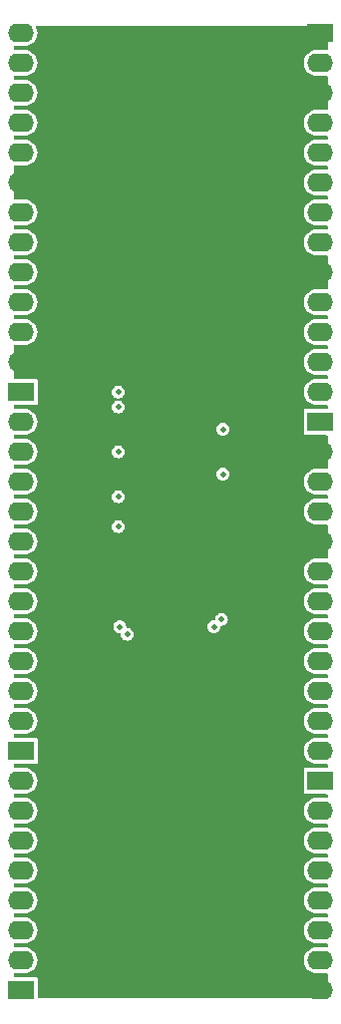
<source format=gbr>
G04 --- HEADER BEGIN --- *
%TF.GenerationSoftware,LibrePCB,LibrePCB,0.1.5*%
%TF.CreationDate,2020-12-27T00:53:52*%
%TF.ProjectId,bob_ddr_sdram_4m16b - default,91b37e6c-9424-4871-8535-6cfacb37efd9,v1*%
%TF.Part,Single*%
%FSLAX66Y66*%
%MOMM*%
G01*
G74*
G04 --- HEADER END --- *
G04 --- APERTURE LIST BEGIN --- *
%ADD10O,2.19X1.587*%
%ADD11R,2.19X1.587*%
%ADD12C,0.5*%
%ADD13C,0.01*%
%ADD14C,0.0*%
G04 --- APERTURE LIST END --- *
G04 --- BOARD BEGIN --- *
D10*
X26670000Y34290000D03*
X26670000Y44450000D03*
D11*
X26670000Y49530000D03*
D10*
X26670000Y39370000D03*
X26670000Y31750000D03*
X26670000Y21590000D03*
X26670000Y26670000D03*
X26670000Y41910000D03*
X26670000Y46990000D03*
X26670000Y29210000D03*
X26670000Y24130000D03*
X26670000Y36830000D03*
X26670000Y57150000D03*
X26670000Y62230000D03*
D11*
X26670000Y82550000D03*
D10*
X26670000Y77470000D03*
X26670000Y74930000D03*
X26670000Y54610000D03*
X26670000Y52070000D03*
X26670000Y72390000D03*
X26670000Y59690000D03*
X26670000Y69850000D03*
X26670000Y80010000D03*
X26670000Y67310000D03*
X26670000Y64770000D03*
X1270000Y36830000D03*
X1270000Y26670000D03*
D11*
X1270000Y21590000D03*
D10*
X1270000Y31750000D03*
X1270000Y39370000D03*
X1270000Y49530000D03*
X1270000Y44450000D03*
X1270000Y29210000D03*
X1270000Y24130000D03*
X1270000Y41910000D03*
X1270000Y46990000D03*
X1270000Y34290000D03*
X26670000Y1270000D03*
X26670000Y8890000D03*
X26670000Y6350000D03*
D11*
X26670000Y19050000D03*
D10*
X26670000Y16510000D03*
X26670000Y3810000D03*
X26670000Y13970000D03*
X26670000Y11430000D03*
X1270000Y19050000D03*
X1270000Y11430000D03*
X1270000Y13970000D03*
D11*
X1270000Y1270000D03*
D10*
X1270000Y3810000D03*
X1270000Y16510000D03*
X1270000Y6350000D03*
X1270000Y8890000D03*
X1270000Y77470000D03*
X1270000Y72390000D03*
D11*
X1270000Y52070000D03*
D10*
X1270000Y57150000D03*
X1270000Y59690000D03*
X1270000Y80010000D03*
X1270000Y82550000D03*
X1270000Y62230000D03*
X1270000Y74930000D03*
X1270000Y64770000D03*
X1270000Y54610000D03*
X1270000Y67310000D03*
X1270000Y69850000D03*
D12*
X17653000Y32131000D03*
X9525000Y43180000D03*
X18415000Y41275000D03*
X9525000Y48895000D03*
X9525000Y45085000D03*
X18415000Y45085000D03*
D13*
X20955000Y63500000D03*
D12*
X18415000Y52070000D03*
X18415000Y50800000D03*
X9525000Y40640000D03*
X9525000Y52070000D03*
X9525000Y50800000D03*
X9652000Y32131000D03*
X18288000Y32766000D03*
X18415000Y48895000D03*
X18415000Y31115000D03*
X9525000Y46990000D03*
X18415000Y43180000D03*
X18415000Y46990000D03*
X10287000Y31496000D03*
D14*
G36*
X27264327Y654500D02*
X27305000Y735000D01*
X27305000Y2640416D01*
X27285500Y2699743D01*
X27234605Y2735933D01*
X27181550Y2736554D01*
X27181423Y2737233D01*
X27178013Y2736596D01*
X27177640Y2736600D01*
X27176880Y2736384D01*
X27167826Y2734691D01*
X26973806Y2716714D01*
X26969189Y2716500D01*
X26370811Y2716500D01*
X26366194Y2716714D01*
X26172171Y2734692D01*
X26163130Y2736381D01*
X25977921Y2789078D01*
X25969346Y2792400D01*
X25796982Y2878227D01*
X25789159Y2883071D01*
X25635506Y2999104D01*
X25628694Y3005314D01*
X25498987Y3147598D01*
X25493433Y3154951D01*
X25392068Y3318660D01*
X25387969Y3326894D01*
X25318415Y3506432D01*
X25315892Y3515300D01*
X25280513Y3704560D01*
X25279664Y3713725D01*
X25279664Y3906274D01*
X25280513Y3915439D01*
X25315892Y4104699D01*
X25318415Y4113567D01*
X25387969Y4293105D01*
X25392068Y4301339D01*
X25493433Y4465048D01*
X25498987Y4472401D01*
X25628694Y4614685D01*
X25635506Y4620895D01*
X25789159Y4736928D01*
X25796982Y4741772D01*
X25969346Y4827599D01*
X25977921Y4830921D01*
X26163128Y4883617D01*
X26172172Y4885307D01*
X26366195Y4903286D01*
X26370811Y4903500D01*
X26969189Y4903500D01*
X26973805Y4903286D01*
X27167825Y4885308D01*
X27176881Y4883615D01*
X27177640Y4883399D01*
X27177965Y4883412D01*
X27181422Y4882766D01*
X27181570Y4883558D01*
X27240039Y4885923D01*
X27288773Y4924974D01*
X27305000Y4979583D01*
X27305000Y5180416D01*
X27285500Y5239743D01*
X27234605Y5275933D01*
X27181550Y5276554D01*
X27181423Y5277233D01*
X27178013Y5276596D01*
X27177640Y5276600D01*
X27176880Y5276384D01*
X27167826Y5274691D01*
X26973806Y5256714D01*
X26969189Y5256500D01*
X26370811Y5256500D01*
X26366194Y5256714D01*
X26172171Y5274692D01*
X26163130Y5276381D01*
X25977921Y5329078D01*
X25969346Y5332400D01*
X25796982Y5418227D01*
X25789159Y5423071D01*
X25635506Y5539104D01*
X25628694Y5545314D01*
X25498987Y5687598D01*
X25493433Y5694951D01*
X25392068Y5858660D01*
X25387969Y5866894D01*
X25318415Y6046432D01*
X25315892Y6055300D01*
X25280513Y6244560D01*
X25279664Y6253725D01*
X25279664Y6446274D01*
X25280513Y6455439D01*
X25315892Y6644699D01*
X25318415Y6653567D01*
X25387969Y6833105D01*
X25392068Y6841339D01*
X25493433Y7005048D01*
X25498987Y7012401D01*
X25628694Y7154685D01*
X25635506Y7160895D01*
X25789159Y7276928D01*
X25796982Y7281772D01*
X25969346Y7367599D01*
X25977921Y7370921D01*
X26163128Y7423617D01*
X26172172Y7425307D01*
X26366195Y7443286D01*
X26370811Y7443500D01*
X26969189Y7443500D01*
X26973805Y7443286D01*
X27167825Y7425308D01*
X27176881Y7423615D01*
X27177640Y7423399D01*
X27177965Y7423412D01*
X27181422Y7422766D01*
X27181570Y7423558D01*
X27240039Y7425923D01*
X27288773Y7464974D01*
X27305000Y7519583D01*
X27305000Y7720416D01*
X27285500Y7779743D01*
X27234605Y7815933D01*
X27181550Y7816554D01*
X27181423Y7817233D01*
X27178013Y7816596D01*
X27177640Y7816600D01*
X27176880Y7816384D01*
X27167826Y7814691D01*
X26973806Y7796714D01*
X26969189Y7796500D01*
X26370811Y7796500D01*
X26366194Y7796714D01*
X26172171Y7814692D01*
X26163130Y7816381D01*
X25977921Y7869078D01*
X25969346Y7872400D01*
X25796982Y7958227D01*
X25789159Y7963071D01*
X25635506Y8079104D01*
X25628694Y8085314D01*
X25498987Y8227598D01*
X25493433Y8234951D01*
X25392068Y8398660D01*
X25387969Y8406894D01*
X25318415Y8586432D01*
X25315892Y8595300D01*
X25280513Y8784560D01*
X25279664Y8793725D01*
X25279664Y8986274D01*
X25280513Y8995439D01*
X25315892Y9184699D01*
X25318415Y9193567D01*
X25387969Y9373105D01*
X25392068Y9381339D01*
X25493433Y9545048D01*
X25498987Y9552401D01*
X25628694Y9694685D01*
X25635506Y9700895D01*
X25789159Y9816928D01*
X25796982Y9821772D01*
X25969346Y9907599D01*
X25977921Y9910921D01*
X26163128Y9963617D01*
X26172172Y9965307D01*
X26366195Y9983286D01*
X26370811Y9983500D01*
X26969189Y9983500D01*
X26973805Y9983286D01*
X27167825Y9965308D01*
X27176881Y9963615D01*
X27177640Y9963399D01*
X27177965Y9963412D01*
X27181422Y9962766D01*
X27181570Y9963558D01*
X27240039Y9965923D01*
X27288773Y10004974D01*
X27305000Y10059583D01*
X27305000Y10260416D01*
X27285500Y10319743D01*
X27234605Y10355933D01*
X27181550Y10356554D01*
X27181423Y10357233D01*
X27178013Y10356596D01*
X27177640Y10356600D01*
X27176880Y10356384D01*
X27167826Y10354691D01*
X26973806Y10336714D01*
X26969189Y10336500D01*
X26370811Y10336500D01*
X26366194Y10336714D01*
X26172171Y10354692D01*
X26163130Y10356381D01*
X25977921Y10409078D01*
X25969346Y10412400D01*
X25796982Y10498227D01*
X25789159Y10503071D01*
X25635506Y10619104D01*
X25628694Y10625314D01*
X25498987Y10767598D01*
X25493433Y10774951D01*
X25392068Y10938660D01*
X25387969Y10946894D01*
X25318415Y11126432D01*
X25315892Y11135300D01*
X25280513Y11324560D01*
X25279664Y11333725D01*
X25279664Y11526274D01*
X25280513Y11535439D01*
X25315892Y11724699D01*
X25318415Y11733567D01*
X25387969Y11913105D01*
X25392068Y11921339D01*
X25493433Y12085048D01*
X25498987Y12092401D01*
X25628694Y12234685D01*
X25635506Y12240895D01*
X25789159Y12356928D01*
X25796982Y12361772D01*
X25969346Y12447599D01*
X25977921Y12450921D01*
X26163128Y12503617D01*
X26172172Y12505307D01*
X26366195Y12523286D01*
X26370811Y12523500D01*
X26969189Y12523500D01*
X26973805Y12523286D01*
X27167825Y12505308D01*
X27176881Y12503615D01*
X27177640Y12503399D01*
X27177965Y12503412D01*
X27181422Y12502766D01*
X27181570Y12503558D01*
X27240039Y12505923D01*
X27288773Y12544974D01*
X27305000Y12599583D01*
X27305000Y12800416D01*
X27285500Y12859743D01*
X27234605Y12895933D01*
X27181550Y12896554D01*
X27181423Y12897233D01*
X27178013Y12896596D01*
X27177640Y12896600D01*
X27176880Y12896384D01*
X27167826Y12894691D01*
X26973806Y12876714D01*
X26969189Y12876500D01*
X26370811Y12876500D01*
X26366194Y12876714D01*
X26172171Y12894692D01*
X26163130Y12896381D01*
X25977921Y12949078D01*
X25969346Y12952400D01*
X25796982Y13038227D01*
X25789159Y13043071D01*
X25635506Y13159104D01*
X25628694Y13165314D01*
X25498987Y13307598D01*
X25493433Y13314951D01*
X25392068Y13478660D01*
X25387969Y13486894D01*
X25318415Y13666432D01*
X25315892Y13675300D01*
X25280513Y13864560D01*
X25279664Y13873725D01*
X25279664Y14066274D01*
X25280513Y14075439D01*
X25315892Y14264699D01*
X25318415Y14273567D01*
X25387969Y14453105D01*
X25392068Y14461339D01*
X25493433Y14625048D01*
X25498987Y14632401D01*
X25628694Y14774685D01*
X25635506Y14780895D01*
X25789159Y14896928D01*
X25796982Y14901772D01*
X25969346Y14987599D01*
X25977921Y14990921D01*
X26163128Y15043617D01*
X26172172Y15045307D01*
X26366195Y15063286D01*
X26370811Y15063500D01*
X26969189Y15063500D01*
X26973805Y15063286D01*
X27167825Y15045308D01*
X27176881Y15043615D01*
X27177640Y15043399D01*
X27177965Y15043412D01*
X27181422Y15042766D01*
X27181570Y15043558D01*
X27240039Y15045923D01*
X27288773Y15084974D01*
X27305000Y15139583D01*
X27305000Y15340416D01*
X27285500Y15399743D01*
X27234605Y15435933D01*
X27181550Y15436554D01*
X27181423Y15437233D01*
X27178013Y15436596D01*
X27177640Y15436600D01*
X27176880Y15436384D01*
X27167826Y15434691D01*
X26973806Y15416714D01*
X26969189Y15416500D01*
X26370811Y15416500D01*
X26366194Y15416714D01*
X26172171Y15434692D01*
X26163130Y15436381D01*
X25977921Y15489078D01*
X25969346Y15492400D01*
X25796982Y15578227D01*
X25789159Y15583071D01*
X25635506Y15699104D01*
X25628694Y15705314D01*
X25498987Y15847598D01*
X25493433Y15854951D01*
X25392068Y16018660D01*
X25387969Y16026894D01*
X25318415Y16206432D01*
X25315892Y16215300D01*
X25280513Y16404560D01*
X25279664Y16413725D01*
X25279664Y16606274D01*
X25280513Y16615439D01*
X25315892Y16804699D01*
X25318415Y16813567D01*
X25387969Y16993105D01*
X25392068Y17001339D01*
X25493433Y17165048D01*
X25498987Y17172401D01*
X25628694Y17314685D01*
X25635506Y17320895D01*
X25789159Y17436928D01*
X25796982Y17441772D01*
X25969346Y17527599D01*
X25977921Y17530921D01*
X26163128Y17583617D01*
X26172172Y17585307D01*
X26366195Y17603286D01*
X26370811Y17603500D01*
X26969189Y17603500D01*
X26973805Y17603286D01*
X27167825Y17585308D01*
X27176881Y17583615D01*
X27177640Y17583399D01*
X27177965Y17583412D01*
X27181422Y17582766D01*
X27181570Y17583558D01*
X27240039Y17585923D01*
X27288773Y17624974D01*
X27305000Y17679583D01*
X27305000Y17856500D01*
X27285500Y17915827D01*
X27205000Y17956500D01*
X25291013Y17956500D01*
X25286248Y17958066D01*
X25275000Y17980328D01*
X25275000Y20127487D01*
X25276566Y20132252D01*
X25298828Y20143500D01*
X27205000Y20143500D01*
X27264327Y20163000D01*
X27305000Y20243500D01*
X27305000Y20420416D01*
X27285500Y20479743D01*
X27234605Y20515933D01*
X27181550Y20516554D01*
X27181423Y20517233D01*
X27178013Y20516596D01*
X27177640Y20516600D01*
X27176880Y20516384D01*
X27167826Y20514691D01*
X26973806Y20496714D01*
X26969189Y20496500D01*
X26370811Y20496500D01*
X26366194Y20496714D01*
X26172171Y20514692D01*
X26163130Y20516381D01*
X25977921Y20569078D01*
X25969346Y20572400D01*
X25796982Y20658227D01*
X25789159Y20663071D01*
X25635506Y20779104D01*
X25628694Y20785314D01*
X25498987Y20927598D01*
X25493433Y20934951D01*
X25392068Y21098660D01*
X25387969Y21106894D01*
X25318415Y21286432D01*
X25315892Y21295300D01*
X25280513Y21484560D01*
X25279664Y21493725D01*
X25279664Y21686274D01*
X25280513Y21695439D01*
X25315892Y21884699D01*
X25318415Y21893567D01*
X25387969Y22073105D01*
X25392068Y22081339D01*
X25493433Y22245048D01*
X25498987Y22252401D01*
X25628694Y22394685D01*
X25635506Y22400895D01*
X25789159Y22516928D01*
X25796982Y22521772D01*
X25969346Y22607599D01*
X25977921Y22610921D01*
X26163128Y22663617D01*
X26172172Y22665307D01*
X26366195Y22683286D01*
X26370811Y22683500D01*
X26969189Y22683500D01*
X26973805Y22683286D01*
X27167825Y22665308D01*
X27176881Y22663615D01*
X27177640Y22663399D01*
X27177965Y22663412D01*
X27181422Y22662766D01*
X27181570Y22663558D01*
X27240039Y22665923D01*
X27288773Y22704974D01*
X27305000Y22759583D01*
X27305000Y22960416D01*
X27285500Y23019743D01*
X27234605Y23055933D01*
X27181550Y23056554D01*
X27181423Y23057233D01*
X27178013Y23056596D01*
X27177640Y23056600D01*
X27176880Y23056384D01*
X27167826Y23054691D01*
X26973806Y23036714D01*
X26969189Y23036500D01*
X26370811Y23036500D01*
X26366194Y23036714D01*
X26172171Y23054692D01*
X26163130Y23056381D01*
X25977921Y23109078D01*
X25969346Y23112400D01*
X25796982Y23198227D01*
X25789159Y23203071D01*
X25635506Y23319104D01*
X25628694Y23325314D01*
X25498987Y23467598D01*
X25493433Y23474951D01*
X25392068Y23638660D01*
X25387969Y23646894D01*
X25318415Y23826432D01*
X25315892Y23835300D01*
X25280513Y24024560D01*
X25279664Y24033725D01*
X25279664Y24226274D01*
X25280513Y24235439D01*
X25315892Y24424699D01*
X25318415Y24433567D01*
X25387969Y24613105D01*
X25392068Y24621339D01*
X25493433Y24785048D01*
X25498987Y24792401D01*
X25628694Y24934685D01*
X25635506Y24940895D01*
X25789159Y25056928D01*
X25796982Y25061772D01*
X25969346Y25147599D01*
X25977921Y25150921D01*
X26163128Y25203617D01*
X26172172Y25205307D01*
X26366195Y25223286D01*
X26370811Y25223500D01*
X26969189Y25223500D01*
X26973805Y25223286D01*
X27167825Y25205308D01*
X27176881Y25203615D01*
X27177640Y25203399D01*
X27177965Y25203412D01*
X27181422Y25202766D01*
X27181570Y25203558D01*
X27240039Y25205923D01*
X27288773Y25244974D01*
X27305000Y25299583D01*
X27305000Y25500416D01*
X27285500Y25559743D01*
X27234605Y25595933D01*
X27181550Y25596554D01*
X27181423Y25597233D01*
X27178013Y25596596D01*
X27177640Y25596600D01*
X27176880Y25596384D01*
X27167826Y25594691D01*
X26973806Y25576714D01*
X26969189Y25576500D01*
X26370811Y25576500D01*
X26366194Y25576714D01*
X26172171Y25594692D01*
X26163130Y25596381D01*
X25977921Y25649078D01*
X25969346Y25652400D01*
X25796982Y25738227D01*
X25789159Y25743071D01*
X25635506Y25859104D01*
X25628694Y25865314D01*
X25498987Y26007598D01*
X25493433Y26014951D01*
X25392068Y26178660D01*
X25387969Y26186894D01*
X25318415Y26366432D01*
X25315892Y26375300D01*
X25280513Y26564560D01*
X25279664Y26573725D01*
X25279664Y26766274D01*
X25280513Y26775439D01*
X25315892Y26964699D01*
X25318415Y26973567D01*
X25387969Y27153105D01*
X25392068Y27161339D01*
X25493433Y27325048D01*
X25498987Y27332401D01*
X25628694Y27474685D01*
X25635506Y27480895D01*
X25789159Y27596928D01*
X25796982Y27601772D01*
X25969346Y27687599D01*
X25977921Y27690921D01*
X26163128Y27743617D01*
X26172172Y27745307D01*
X26366195Y27763286D01*
X26370811Y27763500D01*
X26969189Y27763500D01*
X26973805Y27763286D01*
X27167825Y27745308D01*
X27176881Y27743615D01*
X27177640Y27743399D01*
X27177965Y27743412D01*
X27181422Y27742766D01*
X27181570Y27743558D01*
X27240039Y27745923D01*
X27288773Y27784974D01*
X27305000Y27839583D01*
X27305000Y28040416D01*
X27285500Y28099743D01*
X27234605Y28135933D01*
X27181550Y28136554D01*
X27181423Y28137233D01*
X27178013Y28136596D01*
X27177640Y28136600D01*
X27176880Y28136384D01*
X27167826Y28134691D01*
X26973806Y28116714D01*
X26969189Y28116500D01*
X26370811Y28116500D01*
X26366194Y28116714D01*
X26172171Y28134692D01*
X26163130Y28136381D01*
X25977921Y28189078D01*
X25969346Y28192400D01*
X25796982Y28278227D01*
X25789159Y28283071D01*
X25635506Y28399104D01*
X25628694Y28405314D01*
X25498987Y28547598D01*
X25493433Y28554951D01*
X25392068Y28718660D01*
X25387969Y28726894D01*
X25318415Y28906432D01*
X25315892Y28915300D01*
X25280513Y29104560D01*
X25279664Y29113725D01*
X25279664Y29306274D01*
X25280513Y29315439D01*
X25315892Y29504699D01*
X25318415Y29513567D01*
X25387969Y29693105D01*
X25392068Y29701339D01*
X25493433Y29865048D01*
X25498987Y29872401D01*
X25628694Y30014685D01*
X25635506Y30020895D01*
X25789159Y30136928D01*
X25796982Y30141772D01*
X25969346Y30227599D01*
X25977921Y30230921D01*
X26163128Y30283617D01*
X26172172Y30285307D01*
X26366195Y30303286D01*
X26370811Y30303500D01*
X26969189Y30303500D01*
X26973805Y30303286D01*
X27167825Y30285308D01*
X27176881Y30283615D01*
X27177640Y30283399D01*
X27177965Y30283412D01*
X27181422Y30282766D01*
X27181570Y30283558D01*
X27240039Y30285923D01*
X27288773Y30324974D01*
X27305000Y30379583D01*
X27305000Y30580416D01*
X27285500Y30639743D01*
X27234605Y30675933D01*
X27181550Y30676554D01*
X27181423Y30677233D01*
X27178013Y30676596D01*
X27177640Y30676600D01*
X27176880Y30676384D01*
X27167826Y30674691D01*
X26973806Y30656714D01*
X26969189Y30656500D01*
X26370811Y30656500D01*
X26366194Y30656714D01*
X26172171Y30674692D01*
X26163130Y30676381D01*
X25977921Y30729078D01*
X25969346Y30732400D01*
X25796982Y30818227D01*
X25789159Y30823071D01*
X25635506Y30939104D01*
X25628694Y30945314D01*
X25498987Y31087598D01*
X25493433Y31094951D01*
X25392068Y31258660D01*
X25387969Y31266894D01*
X25318415Y31446432D01*
X25315892Y31455300D01*
X25280513Y31644560D01*
X25279664Y31653725D01*
X25279664Y31846274D01*
X25280513Y31855439D01*
X25315892Y32044699D01*
X25318415Y32053567D01*
X25387969Y32233105D01*
X25392068Y32241339D01*
X25493433Y32405048D01*
X25498987Y32412401D01*
X25628694Y32554685D01*
X25635506Y32560895D01*
X25789159Y32676928D01*
X25796982Y32681772D01*
X25969346Y32767599D01*
X25977921Y32770921D01*
X26163128Y32823617D01*
X26172172Y32825307D01*
X26366195Y32843286D01*
X26370811Y32843500D01*
X26969189Y32843500D01*
X26973805Y32843286D01*
X27167825Y32825308D01*
X27176881Y32823615D01*
X27177640Y32823399D01*
X27177965Y32823412D01*
X27181422Y32822766D01*
X27181570Y32823558D01*
X27240039Y32825923D01*
X27288773Y32864974D01*
X27305000Y32919583D01*
X27305000Y33120416D01*
X27285500Y33179743D01*
X27234605Y33215933D01*
X27181550Y33216554D01*
X27181423Y33217233D01*
X27178013Y33216596D01*
X27177640Y33216600D01*
X27176880Y33216384D01*
X27167826Y33214691D01*
X26973806Y33196714D01*
X26969189Y33196500D01*
X26370811Y33196500D01*
X26366194Y33196714D01*
X26172171Y33214692D01*
X26163130Y33216381D01*
X25977921Y33269078D01*
X25969346Y33272400D01*
X25796982Y33358227D01*
X25789159Y33363071D01*
X25635506Y33479104D01*
X25628694Y33485314D01*
X25498987Y33627598D01*
X25493433Y33634951D01*
X25392068Y33798660D01*
X25387969Y33806894D01*
X25318415Y33986432D01*
X25315892Y33995300D01*
X25280513Y34184560D01*
X25279664Y34193725D01*
X25279664Y34386274D01*
X25280513Y34395439D01*
X25315892Y34584699D01*
X25318415Y34593567D01*
X25387969Y34773105D01*
X25392068Y34781339D01*
X25493433Y34945048D01*
X25498987Y34952401D01*
X25628694Y35094685D01*
X25635506Y35100895D01*
X25789159Y35216928D01*
X25796982Y35221772D01*
X25969346Y35307599D01*
X25977921Y35310921D01*
X26163128Y35363617D01*
X26172172Y35365307D01*
X26366195Y35383286D01*
X26370811Y35383500D01*
X26969189Y35383500D01*
X26973805Y35383286D01*
X27167825Y35365308D01*
X27176881Y35363615D01*
X27177640Y35363399D01*
X27177965Y35363412D01*
X27181422Y35362766D01*
X27181570Y35363558D01*
X27240039Y35365923D01*
X27288773Y35404974D01*
X27305000Y35459583D01*
X27305000Y35660416D01*
X27285500Y35719743D01*
X27234605Y35755933D01*
X27181550Y35756554D01*
X27181423Y35757233D01*
X27178013Y35756596D01*
X27177640Y35756600D01*
X27176880Y35756384D01*
X27167826Y35754691D01*
X26973806Y35736714D01*
X26969189Y35736500D01*
X26370811Y35736500D01*
X26366194Y35736714D01*
X26172171Y35754692D01*
X26163130Y35756381D01*
X25977921Y35809078D01*
X25969346Y35812400D01*
X25796982Y35898227D01*
X25789159Y35903071D01*
X25635506Y36019104D01*
X25628694Y36025314D01*
X25498987Y36167598D01*
X25493433Y36174951D01*
X25392068Y36338660D01*
X25387969Y36346894D01*
X25318415Y36526432D01*
X25315892Y36535300D01*
X25280513Y36724560D01*
X25279664Y36733725D01*
X25279664Y36926274D01*
X25280513Y36935439D01*
X25315892Y37124699D01*
X25318415Y37133567D01*
X25387969Y37313105D01*
X25392068Y37321339D01*
X25493433Y37485048D01*
X25498987Y37492401D01*
X25628694Y37634685D01*
X25635506Y37640895D01*
X25789159Y37756928D01*
X25796982Y37761772D01*
X25969346Y37847599D01*
X25977921Y37850921D01*
X26163128Y37903617D01*
X26172172Y37905307D01*
X26366195Y37923286D01*
X26370811Y37923500D01*
X26969189Y37923500D01*
X26973805Y37923286D01*
X27167825Y37905308D01*
X27176881Y37903615D01*
X27177640Y37903399D01*
X27177965Y37903412D01*
X27181422Y37902766D01*
X27181570Y37903558D01*
X27240039Y37905923D01*
X27288773Y37944974D01*
X27305000Y37999583D01*
X27305000Y40740416D01*
X27285500Y40799743D01*
X27234605Y40835933D01*
X27181550Y40836554D01*
X27181423Y40837233D01*
X27178013Y40836596D01*
X27177640Y40836600D01*
X27176880Y40836384D01*
X27167826Y40834691D01*
X26973806Y40816714D01*
X26969189Y40816500D01*
X26370811Y40816500D01*
X26366194Y40816714D01*
X26172171Y40834692D01*
X26163130Y40836381D01*
X25977921Y40889078D01*
X25969346Y40892400D01*
X25796982Y40978227D01*
X25789159Y40983071D01*
X25635506Y41099104D01*
X25628694Y41105314D01*
X25498987Y41247598D01*
X25493433Y41254951D01*
X25392068Y41418660D01*
X25387969Y41426894D01*
X25318415Y41606432D01*
X25315892Y41615300D01*
X25280513Y41804560D01*
X25279664Y41813725D01*
X25279664Y42006274D01*
X25280513Y42015439D01*
X25315892Y42204699D01*
X25318415Y42213567D01*
X25387969Y42393105D01*
X25392068Y42401339D01*
X25493433Y42565048D01*
X25498987Y42572401D01*
X25628694Y42714685D01*
X25635506Y42720895D01*
X25789159Y42836928D01*
X25796982Y42841772D01*
X25969346Y42927599D01*
X25977921Y42930921D01*
X26163128Y42983617D01*
X26172172Y42985307D01*
X26366195Y43003286D01*
X26370811Y43003500D01*
X26969189Y43003500D01*
X26973805Y43003286D01*
X27167825Y42985308D01*
X27176881Y42983615D01*
X27177640Y42983399D01*
X27177965Y42983412D01*
X27181422Y42982766D01*
X27181570Y42983558D01*
X27240039Y42985923D01*
X27288773Y43024974D01*
X27305000Y43079583D01*
X27305000Y43280416D01*
X27285500Y43339743D01*
X27234605Y43375933D01*
X27181550Y43376554D01*
X27181423Y43377233D01*
X27178013Y43376596D01*
X27177640Y43376600D01*
X27176880Y43376384D01*
X27167826Y43374691D01*
X26973806Y43356714D01*
X26969189Y43356500D01*
X26370811Y43356500D01*
X26366194Y43356714D01*
X26172171Y43374692D01*
X26163130Y43376381D01*
X25977921Y43429078D01*
X25969346Y43432400D01*
X25796982Y43518227D01*
X25789159Y43523071D01*
X25635506Y43639104D01*
X25628694Y43645314D01*
X25498987Y43787598D01*
X25493433Y43794951D01*
X25392068Y43958660D01*
X25387969Y43966894D01*
X25318415Y44146432D01*
X25315892Y44155300D01*
X25280513Y44344560D01*
X25279664Y44353725D01*
X25279664Y44546274D01*
X25280513Y44555439D01*
X25315892Y44744699D01*
X25318415Y44753567D01*
X25387969Y44933105D01*
X25392068Y44941339D01*
X25493433Y45105048D01*
X25498987Y45112401D01*
X25628694Y45254685D01*
X25635506Y45260895D01*
X25789159Y45376928D01*
X25796982Y45381772D01*
X25969346Y45467599D01*
X25977921Y45470921D01*
X26163128Y45523617D01*
X26172172Y45525307D01*
X26366195Y45543286D01*
X26370811Y45543500D01*
X26969189Y45543500D01*
X26973805Y45543286D01*
X27167825Y45525308D01*
X27176881Y45523615D01*
X27177640Y45523399D01*
X27177965Y45523412D01*
X27181422Y45522766D01*
X27181570Y45523558D01*
X27240039Y45525923D01*
X27288773Y45564974D01*
X27305000Y45619583D01*
X27305000Y48336500D01*
X27285500Y48395827D01*
X27205000Y48436500D01*
X25291013Y48436500D01*
X25286248Y48438066D01*
X25275000Y48460328D01*
X25275000Y50607487D01*
X25276566Y50612252D01*
X25298828Y50623500D01*
X27205000Y50623500D01*
X27264327Y50643000D01*
X27305000Y50723500D01*
X27305000Y50900416D01*
X27285500Y50959743D01*
X27234605Y50995933D01*
X27181550Y50996554D01*
X27181423Y50997233D01*
X27178013Y50996596D01*
X27177640Y50996600D01*
X27176880Y50996384D01*
X27167826Y50994691D01*
X26973806Y50976714D01*
X26969189Y50976500D01*
X26370811Y50976500D01*
X26366194Y50976714D01*
X26172171Y50994692D01*
X26163130Y50996381D01*
X25977921Y51049078D01*
X25969346Y51052400D01*
X25796982Y51138227D01*
X25789159Y51143071D01*
X25635506Y51259104D01*
X25628694Y51265314D01*
X25498987Y51407598D01*
X25493433Y51414951D01*
X25392068Y51578660D01*
X25387969Y51586894D01*
X25318415Y51766432D01*
X25315892Y51775300D01*
X25280513Y51964560D01*
X25279664Y51973725D01*
X25279664Y52166274D01*
X25280513Y52175439D01*
X25315892Y52364699D01*
X25318415Y52373567D01*
X25387969Y52553105D01*
X25392068Y52561339D01*
X25493433Y52725048D01*
X25498987Y52732401D01*
X25628694Y52874685D01*
X25635506Y52880895D01*
X25789159Y52996928D01*
X25796982Y53001772D01*
X25969346Y53087599D01*
X25977921Y53090921D01*
X26163128Y53143617D01*
X26172172Y53145307D01*
X26366195Y53163286D01*
X26370811Y53163500D01*
X26969189Y53163500D01*
X26973805Y53163286D01*
X27167825Y53145308D01*
X27176881Y53143615D01*
X27177640Y53143399D01*
X27177965Y53143412D01*
X27181422Y53142766D01*
X27181570Y53143558D01*
X27240039Y53145923D01*
X27288773Y53184974D01*
X27305000Y53239583D01*
X27305000Y53440416D01*
X27285500Y53499743D01*
X27234605Y53535933D01*
X27181550Y53536554D01*
X27181423Y53537233D01*
X27178013Y53536596D01*
X27177640Y53536600D01*
X27176880Y53536384D01*
X27167826Y53534691D01*
X26973806Y53516714D01*
X26969189Y53516500D01*
X26370811Y53516500D01*
X26366194Y53516714D01*
X26172171Y53534692D01*
X26163130Y53536381D01*
X25977921Y53589078D01*
X25969346Y53592400D01*
X25796982Y53678227D01*
X25789159Y53683071D01*
X25635506Y53799104D01*
X25628694Y53805314D01*
X25498987Y53947598D01*
X25493433Y53954951D01*
X25392068Y54118660D01*
X25387969Y54126894D01*
X25318415Y54306432D01*
X25315892Y54315300D01*
X25280513Y54504560D01*
X25279664Y54513725D01*
X25279664Y54706274D01*
X25280513Y54715439D01*
X25315892Y54904699D01*
X25318415Y54913567D01*
X25387969Y55093105D01*
X25392068Y55101339D01*
X25493433Y55265048D01*
X25498987Y55272401D01*
X25628694Y55414685D01*
X25635506Y55420895D01*
X25789159Y55536928D01*
X25796982Y55541772D01*
X25969346Y55627599D01*
X25977921Y55630921D01*
X26163128Y55683617D01*
X26172172Y55685307D01*
X26366195Y55703286D01*
X26370811Y55703500D01*
X26969189Y55703500D01*
X26973805Y55703286D01*
X27167825Y55685308D01*
X27176881Y55683615D01*
X27177640Y55683399D01*
X27177965Y55683412D01*
X27181422Y55682766D01*
X27181570Y55683558D01*
X27240039Y55685923D01*
X27288773Y55724974D01*
X27305000Y55779583D01*
X27305000Y55980416D01*
X27285500Y56039743D01*
X27234605Y56075933D01*
X27181550Y56076554D01*
X27181423Y56077233D01*
X27178013Y56076596D01*
X27177640Y56076600D01*
X27176880Y56076384D01*
X27167826Y56074691D01*
X26973806Y56056714D01*
X26969189Y56056500D01*
X26370811Y56056500D01*
X26366194Y56056714D01*
X26172171Y56074692D01*
X26163130Y56076381D01*
X25977921Y56129078D01*
X25969346Y56132400D01*
X25796982Y56218227D01*
X25789159Y56223071D01*
X25635506Y56339104D01*
X25628694Y56345314D01*
X25498987Y56487598D01*
X25493433Y56494951D01*
X25392068Y56658660D01*
X25387969Y56666894D01*
X25318415Y56846432D01*
X25315892Y56855300D01*
X25280513Y57044560D01*
X25279664Y57053725D01*
X25279664Y57246274D01*
X25280513Y57255439D01*
X25315892Y57444699D01*
X25318415Y57453567D01*
X25387969Y57633105D01*
X25392068Y57641339D01*
X25493433Y57805048D01*
X25498987Y57812401D01*
X25628694Y57954685D01*
X25635506Y57960895D01*
X25789159Y58076928D01*
X25796982Y58081772D01*
X25969346Y58167599D01*
X25977921Y58170921D01*
X26163128Y58223617D01*
X26172172Y58225307D01*
X26366195Y58243286D01*
X26370811Y58243500D01*
X26969189Y58243500D01*
X26973805Y58243286D01*
X27167825Y58225308D01*
X27176881Y58223615D01*
X27177640Y58223399D01*
X27177965Y58223412D01*
X27181422Y58222766D01*
X27181570Y58223558D01*
X27240039Y58225923D01*
X27288773Y58264974D01*
X27305000Y58319583D01*
X27305000Y58520416D01*
X27285500Y58579743D01*
X27234605Y58615933D01*
X27181550Y58616554D01*
X27181423Y58617233D01*
X27178013Y58616596D01*
X27177640Y58616600D01*
X27176880Y58616384D01*
X27167826Y58614691D01*
X26973806Y58596714D01*
X26969189Y58596500D01*
X26370811Y58596500D01*
X26366194Y58596714D01*
X26172171Y58614692D01*
X26163130Y58616381D01*
X25977921Y58669078D01*
X25969346Y58672400D01*
X25796982Y58758227D01*
X25789159Y58763071D01*
X25635506Y58879104D01*
X25628694Y58885314D01*
X25498987Y59027598D01*
X25493433Y59034951D01*
X25392068Y59198660D01*
X25387969Y59206894D01*
X25318415Y59386432D01*
X25315892Y59395300D01*
X25280513Y59584560D01*
X25279664Y59593725D01*
X25279664Y59786274D01*
X25280513Y59795439D01*
X25315892Y59984699D01*
X25318415Y59993567D01*
X25387969Y60173105D01*
X25392068Y60181339D01*
X25493433Y60345048D01*
X25498987Y60352401D01*
X25628694Y60494685D01*
X25635506Y60500895D01*
X25789159Y60616928D01*
X25796982Y60621772D01*
X25969346Y60707599D01*
X25977921Y60710921D01*
X26163128Y60763617D01*
X26172172Y60765307D01*
X26366195Y60783286D01*
X26370811Y60783500D01*
X26969189Y60783500D01*
X26973805Y60783286D01*
X27167825Y60765308D01*
X27176881Y60763615D01*
X27177640Y60763399D01*
X27177965Y60763412D01*
X27181422Y60762766D01*
X27181570Y60763558D01*
X27240039Y60765923D01*
X27288773Y60804974D01*
X27305000Y60859583D01*
X27305000Y63600416D01*
X27285500Y63659743D01*
X27234605Y63695933D01*
X27181550Y63696554D01*
X27181423Y63697233D01*
X27178013Y63696596D01*
X27177640Y63696600D01*
X27176880Y63696384D01*
X27167826Y63694691D01*
X26973806Y63676714D01*
X26969189Y63676500D01*
X26370811Y63676500D01*
X26366194Y63676714D01*
X26172171Y63694692D01*
X26163130Y63696381D01*
X25977921Y63749078D01*
X25969346Y63752400D01*
X25796982Y63838227D01*
X25789159Y63843071D01*
X25635506Y63959104D01*
X25628694Y63965314D01*
X25498987Y64107598D01*
X25493433Y64114951D01*
X25392068Y64278660D01*
X25387969Y64286894D01*
X25318415Y64466432D01*
X25315892Y64475300D01*
X25280513Y64664560D01*
X25279664Y64673725D01*
X25279664Y64866274D01*
X25280513Y64875439D01*
X25315892Y65064699D01*
X25318415Y65073567D01*
X25387969Y65253105D01*
X25392068Y65261339D01*
X25493433Y65425048D01*
X25498987Y65432401D01*
X25628694Y65574685D01*
X25635506Y65580895D01*
X25789159Y65696928D01*
X25796982Y65701772D01*
X25969346Y65787599D01*
X25977921Y65790921D01*
X26163128Y65843617D01*
X26172172Y65845307D01*
X26366195Y65863286D01*
X26370811Y65863500D01*
X26969189Y65863500D01*
X26973805Y65863286D01*
X27167825Y65845308D01*
X27176881Y65843615D01*
X27177640Y65843399D01*
X27177965Y65843412D01*
X27181422Y65842766D01*
X27181570Y65843558D01*
X27240039Y65845923D01*
X27288773Y65884974D01*
X27305000Y65939583D01*
X27305000Y66140416D01*
X27285500Y66199743D01*
X27234605Y66235933D01*
X27181550Y66236554D01*
X27181423Y66237233D01*
X27178013Y66236596D01*
X27177640Y66236600D01*
X27176880Y66236384D01*
X27167826Y66234691D01*
X26973806Y66216714D01*
X26969189Y66216500D01*
X26370811Y66216500D01*
X26366194Y66216714D01*
X26172171Y66234692D01*
X26163130Y66236381D01*
X25977921Y66289078D01*
X25969346Y66292400D01*
X25796982Y66378227D01*
X25789159Y66383071D01*
X25635506Y66499104D01*
X25628694Y66505314D01*
X25498987Y66647598D01*
X25493433Y66654951D01*
X25392068Y66818660D01*
X25387969Y66826894D01*
X25318415Y67006432D01*
X25315892Y67015300D01*
X25280513Y67204560D01*
X25279664Y67213725D01*
X25279664Y67406274D01*
X25280513Y67415439D01*
X25315892Y67604699D01*
X25318415Y67613567D01*
X25387969Y67793105D01*
X25392068Y67801339D01*
X25493433Y67965048D01*
X25498987Y67972401D01*
X25628694Y68114685D01*
X25635506Y68120895D01*
X25789159Y68236928D01*
X25796982Y68241772D01*
X25969346Y68327599D01*
X25977921Y68330921D01*
X26163128Y68383617D01*
X26172172Y68385307D01*
X26366195Y68403286D01*
X26370811Y68403500D01*
X26969189Y68403500D01*
X26973805Y68403286D01*
X27167825Y68385308D01*
X27176881Y68383615D01*
X27177640Y68383399D01*
X27177965Y68383412D01*
X27181422Y68382766D01*
X27181570Y68383558D01*
X27240039Y68385923D01*
X27288773Y68424974D01*
X27305000Y68479583D01*
X27305000Y68680416D01*
X27285500Y68739743D01*
X27234605Y68775933D01*
X27181550Y68776554D01*
X27181423Y68777233D01*
X27178013Y68776596D01*
X27177640Y68776600D01*
X27176880Y68776384D01*
X27167826Y68774691D01*
X26973806Y68756714D01*
X26969189Y68756500D01*
X26370811Y68756500D01*
X26366194Y68756714D01*
X26172171Y68774692D01*
X26163130Y68776381D01*
X25977921Y68829078D01*
X25969346Y68832400D01*
X25796982Y68918227D01*
X25789159Y68923071D01*
X25635506Y69039104D01*
X25628694Y69045314D01*
X25498987Y69187598D01*
X25493433Y69194951D01*
X25392068Y69358660D01*
X25387969Y69366894D01*
X25318415Y69546432D01*
X25315892Y69555300D01*
X25280513Y69744560D01*
X25279664Y69753725D01*
X25279664Y69946274D01*
X25280513Y69955439D01*
X25315892Y70144699D01*
X25318415Y70153567D01*
X25387969Y70333105D01*
X25392068Y70341339D01*
X25493433Y70505048D01*
X25498987Y70512401D01*
X25628694Y70654685D01*
X25635506Y70660895D01*
X25789159Y70776928D01*
X25796982Y70781772D01*
X25969346Y70867599D01*
X25977921Y70870921D01*
X26163128Y70923617D01*
X26172172Y70925307D01*
X26366195Y70943286D01*
X26370811Y70943500D01*
X26969189Y70943500D01*
X26973805Y70943286D01*
X27167825Y70925308D01*
X27176881Y70923615D01*
X27177640Y70923399D01*
X27177965Y70923412D01*
X27181422Y70922766D01*
X27181570Y70923558D01*
X27240039Y70925923D01*
X27288773Y70964974D01*
X27305000Y71019583D01*
X27305000Y71220416D01*
X27285500Y71279743D01*
X27234605Y71315933D01*
X27181550Y71316554D01*
X27181423Y71317233D01*
X27178013Y71316596D01*
X27177640Y71316600D01*
X27176880Y71316384D01*
X27167826Y71314691D01*
X26973806Y71296714D01*
X26969189Y71296500D01*
X26370811Y71296500D01*
X26366194Y71296714D01*
X26172171Y71314692D01*
X26163130Y71316381D01*
X25977921Y71369078D01*
X25969346Y71372400D01*
X25796982Y71458227D01*
X25789159Y71463071D01*
X25635506Y71579104D01*
X25628694Y71585314D01*
X25498987Y71727598D01*
X25493433Y71734951D01*
X25392068Y71898660D01*
X25387969Y71906894D01*
X25318415Y72086432D01*
X25315892Y72095300D01*
X25280513Y72284560D01*
X25279664Y72293725D01*
X25279664Y72486274D01*
X25280513Y72495439D01*
X25315892Y72684699D01*
X25318415Y72693567D01*
X25387969Y72873105D01*
X25392068Y72881339D01*
X25493433Y73045048D01*
X25498987Y73052401D01*
X25628694Y73194685D01*
X25635506Y73200895D01*
X25789159Y73316928D01*
X25796982Y73321772D01*
X25969346Y73407599D01*
X25977921Y73410921D01*
X26163128Y73463617D01*
X26172172Y73465307D01*
X26366195Y73483286D01*
X26370811Y73483500D01*
X26969189Y73483500D01*
X26973805Y73483286D01*
X27167825Y73465308D01*
X27176881Y73463615D01*
X27177640Y73463399D01*
X27177965Y73463412D01*
X27181422Y73462766D01*
X27181570Y73463558D01*
X27240039Y73465923D01*
X27288773Y73504974D01*
X27305000Y73559583D01*
X27305000Y73760416D01*
X27285500Y73819743D01*
X27234605Y73855933D01*
X27181550Y73856554D01*
X27181423Y73857233D01*
X27178013Y73856596D01*
X27177640Y73856600D01*
X27176880Y73856384D01*
X27167826Y73854691D01*
X26973806Y73836714D01*
X26969189Y73836500D01*
X26370811Y73836500D01*
X26366194Y73836714D01*
X26172171Y73854692D01*
X26163130Y73856381D01*
X25977921Y73909078D01*
X25969346Y73912400D01*
X25796982Y73998227D01*
X25789159Y74003071D01*
X25635506Y74119104D01*
X25628694Y74125314D01*
X25498987Y74267598D01*
X25493433Y74274951D01*
X25392068Y74438660D01*
X25387969Y74446894D01*
X25318415Y74626432D01*
X25315892Y74635300D01*
X25280513Y74824560D01*
X25279664Y74833725D01*
X25279664Y75026274D01*
X25280513Y75035439D01*
X25315892Y75224699D01*
X25318415Y75233567D01*
X25387969Y75413105D01*
X25392068Y75421339D01*
X25493433Y75585048D01*
X25498987Y75592401D01*
X25628694Y75734685D01*
X25635506Y75740895D01*
X25789159Y75856928D01*
X25796982Y75861772D01*
X25969346Y75947599D01*
X25977921Y75950921D01*
X26163128Y76003617D01*
X26172172Y76005307D01*
X26366195Y76023286D01*
X26370811Y76023500D01*
X26969189Y76023500D01*
X26973805Y76023286D01*
X27167825Y76005308D01*
X27176881Y76003615D01*
X27177640Y76003399D01*
X27177965Y76003412D01*
X27181422Y76002766D01*
X27181570Y76003558D01*
X27240039Y76005923D01*
X27288773Y76044974D01*
X27305000Y76099583D01*
X27305000Y78840416D01*
X27285500Y78899743D01*
X27234605Y78935933D01*
X27181550Y78936554D01*
X27181423Y78937233D01*
X27178013Y78936596D01*
X27177640Y78936600D01*
X27176880Y78936384D01*
X27167826Y78934691D01*
X26973806Y78916714D01*
X26969189Y78916500D01*
X26370811Y78916500D01*
X26366194Y78916714D01*
X26172171Y78934692D01*
X26163130Y78936381D01*
X25977921Y78989078D01*
X25969346Y78992400D01*
X25796982Y79078227D01*
X25789159Y79083071D01*
X25635506Y79199104D01*
X25628694Y79205314D01*
X25498987Y79347598D01*
X25493433Y79354951D01*
X25392068Y79518660D01*
X25387969Y79526894D01*
X25318415Y79706432D01*
X25315892Y79715300D01*
X25280513Y79904560D01*
X25279664Y79913725D01*
X25279664Y80106274D01*
X25280513Y80115439D01*
X25315892Y80304699D01*
X25318415Y80313567D01*
X25387969Y80493105D01*
X25392068Y80501339D01*
X25493433Y80665048D01*
X25498987Y80672401D01*
X25628694Y80814685D01*
X25635506Y80820895D01*
X25789159Y80936928D01*
X25796982Y80941772D01*
X25969346Y81027599D01*
X25977921Y81030921D01*
X26163128Y81083617D01*
X26172172Y81085307D01*
X26366195Y81103286D01*
X26370811Y81103500D01*
X26969189Y81103500D01*
X26973805Y81103286D01*
X27167825Y81085308D01*
X27176881Y81083615D01*
X27177640Y81083399D01*
X27177965Y81083412D01*
X27181422Y81082766D01*
X27181570Y81083558D01*
X27240039Y81085923D01*
X27288773Y81124974D01*
X27305000Y81179583D01*
X27305000Y83085000D01*
X27285500Y83144327D01*
X27205000Y83185000D01*
X2637901Y83185000D01*
X2578574Y83165500D01*
X2542384Y83114605D01*
X2548383Y83040429D01*
X2552033Y83033099D01*
X2621584Y82853567D01*
X2624107Y82844699D01*
X2659486Y82655439D01*
X2660335Y82646274D01*
X2660335Y82453725D01*
X2659486Y82444560D01*
X2624107Y82255300D01*
X2621584Y82246432D01*
X2552030Y82066894D01*
X2547931Y82058660D01*
X2446566Y81894951D01*
X2441012Y81887598D01*
X2311305Y81745314D01*
X2304493Y81739104D01*
X2150840Y81623071D01*
X2143017Y81618227D01*
X1970653Y81532400D01*
X1962078Y81529078D01*
X1776869Y81476381D01*
X1767828Y81474692D01*
X1573806Y81456714D01*
X1569189Y81456500D01*
X970811Y81456500D01*
X966194Y81456714D01*
X772173Y81474691D01*
X763115Y81476384D01*
X762360Y81476599D01*
X762036Y81476586D01*
X758573Y81477233D01*
X758425Y81476440D01*
X699961Y81474075D01*
X651227Y81435024D01*
X635000Y81380415D01*
X635000Y81179584D01*
X654500Y81120257D01*
X705395Y81084067D01*
X758447Y81083446D01*
X758574Y81082766D01*
X761990Y81083404D01*
X762360Y81083400D01*
X763114Y81083614D01*
X772174Y81085308D01*
X966195Y81103286D01*
X970811Y81103500D01*
X1569189Y81103500D01*
X1573805Y81103286D01*
X1767827Y81085308D01*
X1776871Y81083617D01*
X1962078Y81030921D01*
X1970653Y81027599D01*
X2143017Y80941772D01*
X2150840Y80936928D01*
X2304493Y80820895D01*
X2311305Y80814685D01*
X2441012Y80672401D01*
X2446566Y80665048D01*
X2547931Y80501339D01*
X2552030Y80493105D01*
X2621584Y80313567D01*
X2624107Y80304699D01*
X2659486Y80115439D01*
X2660335Y80106274D01*
X2660335Y79913725D01*
X2659486Y79904560D01*
X2624107Y79715300D01*
X2621584Y79706432D01*
X2552030Y79526894D01*
X2547931Y79518660D01*
X2446566Y79354951D01*
X2441012Y79347598D01*
X2311305Y79205314D01*
X2304493Y79199104D01*
X2150840Y79083071D01*
X2143017Y79078227D01*
X1970653Y78992400D01*
X1962078Y78989078D01*
X1776869Y78936381D01*
X1767828Y78934692D01*
X1573806Y78916714D01*
X1569189Y78916500D01*
X970811Y78916500D01*
X966194Y78916714D01*
X772173Y78934691D01*
X763115Y78936384D01*
X762360Y78936599D01*
X762036Y78936586D01*
X758573Y78937233D01*
X758425Y78936440D01*
X699961Y78934075D01*
X651227Y78895024D01*
X635000Y78840415D01*
X635000Y78639584D01*
X654500Y78580257D01*
X705395Y78544067D01*
X758447Y78543446D01*
X758574Y78542766D01*
X761990Y78543404D01*
X762360Y78543400D01*
X763114Y78543614D01*
X772174Y78545308D01*
X966195Y78563286D01*
X970811Y78563500D01*
X1569189Y78563500D01*
X1573805Y78563286D01*
X1767827Y78545308D01*
X1776871Y78543617D01*
X1962078Y78490921D01*
X1970653Y78487599D01*
X2143017Y78401772D01*
X2150840Y78396928D01*
X2304493Y78280895D01*
X2311305Y78274685D01*
X2441012Y78132401D01*
X2446566Y78125048D01*
X2547931Y77961339D01*
X2552030Y77953105D01*
X2621584Y77773567D01*
X2624107Y77764699D01*
X2659486Y77575439D01*
X2660335Y77566274D01*
X2660335Y77373725D01*
X2659486Y77364560D01*
X2624107Y77175300D01*
X2621584Y77166432D01*
X2552030Y76986894D01*
X2547931Y76978660D01*
X2446566Y76814951D01*
X2441012Y76807598D01*
X2311305Y76665314D01*
X2304493Y76659104D01*
X2150840Y76543071D01*
X2143017Y76538227D01*
X1970653Y76452400D01*
X1962078Y76449078D01*
X1776869Y76396381D01*
X1767828Y76394692D01*
X1573806Y76376714D01*
X1569189Y76376500D01*
X970811Y76376500D01*
X966194Y76376714D01*
X772173Y76394691D01*
X763115Y76396384D01*
X762360Y76396599D01*
X762036Y76396586D01*
X758573Y76397233D01*
X758425Y76396440D01*
X699961Y76394075D01*
X651227Y76355024D01*
X635000Y76300415D01*
X635000Y76099584D01*
X654500Y76040257D01*
X705395Y76004067D01*
X758447Y76003446D01*
X758574Y76002766D01*
X761990Y76003404D01*
X762360Y76003400D01*
X763114Y76003614D01*
X772174Y76005308D01*
X966195Y76023286D01*
X970811Y76023500D01*
X1569189Y76023500D01*
X1573805Y76023286D01*
X1767827Y76005308D01*
X1776871Y76003617D01*
X1962078Y75950921D01*
X1970653Y75947599D01*
X2143017Y75861772D01*
X2150840Y75856928D01*
X2304493Y75740895D01*
X2311305Y75734685D01*
X2441012Y75592401D01*
X2446566Y75585048D01*
X2547931Y75421339D01*
X2552030Y75413105D01*
X2621584Y75233567D01*
X2624107Y75224699D01*
X2659486Y75035439D01*
X2660335Y75026274D01*
X2660335Y74833725D01*
X2659486Y74824560D01*
X2624107Y74635300D01*
X2621584Y74626432D01*
X2552030Y74446894D01*
X2547931Y74438660D01*
X2446566Y74274951D01*
X2441012Y74267598D01*
X2311305Y74125314D01*
X2304493Y74119104D01*
X2150840Y74003071D01*
X2143017Y73998227D01*
X1970653Y73912400D01*
X1962078Y73909078D01*
X1776869Y73856381D01*
X1767828Y73854692D01*
X1573806Y73836714D01*
X1569189Y73836500D01*
X970811Y73836500D01*
X966194Y73836714D01*
X772173Y73854691D01*
X763115Y73856384D01*
X762360Y73856599D01*
X762036Y73856586D01*
X758573Y73857233D01*
X758425Y73856440D01*
X699961Y73854075D01*
X651227Y73815024D01*
X635000Y73760415D01*
X635000Y73559584D01*
X654500Y73500257D01*
X705395Y73464067D01*
X758447Y73463446D01*
X758574Y73462766D01*
X761990Y73463404D01*
X762360Y73463400D01*
X763114Y73463614D01*
X772174Y73465308D01*
X966195Y73483286D01*
X970811Y73483500D01*
X1569189Y73483500D01*
X1573805Y73483286D01*
X1767827Y73465308D01*
X1776871Y73463617D01*
X1962078Y73410921D01*
X1970653Y73407599D01*
X2143017Y73321772D01*
X2150840Y73316928D01*
X2304493Y73200895D01*
X2311305Y73194685D01*
X2441012Y73052401D01*
X2446566Y73045048D01*
X2547931Y72881339D01*
X2552030Y72873105D01*
X2621584Y72693567D01*
X2624107Y72684699D01*
X2659486Y72495439D01*
X2660335Y72486274D01*
X2660335Y72293725D01*
X2659486Y72284560D01*
X2624107Y72095300D01*
X2621584Y72086432D01*
X2552030Y71906894D01*
X2547931Y71898660D01*
X2446566Y71734951D01*
X2441012Y71727598D01*
X2311305Y71585314D01*
X2304493Y71579104D01*
X2150840Y71463071D01*
X2143017Y71458227D01*
X1970653Y71372400D01*
X1962078Y71369078D01*
X1776869Y71316381D01*
X1767828Y71314692D01*
X1573806Y71296714D01*
X1569189Y71296500D01*
X970811Y71296500D01*
X966194Y71296714D01*
X772173Y71314691D01*
X763115Y71316384D01*
X762360Y71316599D01*
X762036Y71316586D01*
X758573Y71317233D01*
X758425Y71316440D01*
X699961Y71314075D01*
X651227Y71275024D01*
X635000Y71220415D01*
X635000Y68479584D01*
X654500Y68420257D01*
X705395Y68384067D01*
X758447Y68383446D01*
X758574Y68382766D01*
X761990Y68383404D01*
X762360Y68383400D01*
X763114Y68383614D01*
X772174Y68385308D01*
X966195Y68403286D01*
X970811Y68403500D01*
X1569189Y68403500D01*
X1573805Y68403286D01*
X1767827Y68385308D01*
X1776871Y68383617D01*
X1962078Y68330921D01*
X1970653Y68327599D01*
X2143017Y68241772D01*
X2150840Y68236928D01*
X2304493Y68120895D01*
X2311305Y68114685D01*
X2441012Y67972401D01*
X2446566Y67965048D01*
X2547931Y67801339D01*
X2552030Y67793105D01*
X2621584Y67613567D01*
X2624107Y67604699D01*
X2659486Y67415439D01*
X2660335Y67406274D01*
X2660335Y67213725D01*
X2659486Y67204560D01*
X2624107Y67015300D01*
X2621584Y67006432D01*
X2552030Y66826894D01*
X2547931Y66818660D01*
X2446566Y66654951D01*
X2441012Y66647598D01*
X2311305Y66505314D01*
X2304493Y66499104D01*
X2150840Y66383071D01*
X2143017Y66378227D01*
X1970653Y66292400D01*
X1962078Y66289078D01*
X1776869Y66236381D01*
X1767828Y66234692D01*
X1573806Y66216714D01*
X1569189Y66216500D01*
X970811Y66216500D01*
X966194Y66216714D01*
X772173Y66234691D01*
X763115Y66236384D01*
X762360Y66236599D01*
X762036Y66236586D01*
X758573Y66237233D01*
X758425Y66236440D01*
X699961Y66234075D01*
X651227Y66195024D01*
X635000Y66140415D01*
X635000Y65939584D01*
X654500Y65880257D01*
X705395Y65844067D01*
X758447Y65843446D01*
X758574Y65842766D01*
X761990Y65843404D01*
X762360Y65843400D01*
X763114Y65843614D01*
X772174Y65845308D01*
X966195Y65863286D01*
X970811Y65863500D01*
X1569189Y65863500D01*
X1573805Y65863286D01*
X1767827Y65845308D01*
X1776871Y65843617D01*
X1962078Y65790921D01*
X1970653Y65787599D01*
X2143017Y65701772D01*
X2150840Y65696928D01*
X2304493Y65580895D01*
X2311305Y65574685D01*
X2441012Y65432401D01*
X2446566Y65425048D01*
X2547931Y65261339D01*
X2552030Y65253105D01*
X2621584Y65073567D01*
X2624107Y65064699D01*
X2659486Y64875439D01*
X2660335Y64866274D01*
X2660335Y64673725D01*
X2659486Y64664560D01*
X2624107Y64475300D01*
X2621584Y64466432D01*
X2552030Y64286894D01*
X2547931Y64278660D01*
X2446566Y64114951D01*
X2441012Y64107598D01*
X2311305Y63965314D01*
X2304493Y63959104D01*
X2150840Y63843071D01*
X2143017Y63838227D01*
X1970653Y63752400D01*
X1962078Y63749078D01*
X1776869Y63696381D01*
X1767828Y63694692D01*
X1573806Y63676714D01*
X1569189Y63676500D01*
X970811Y63676500D01*
X966194Y63676714D01*
X772173Y63694691D01*
X763115Y63696384D01*
X762360Y63696599D01*
X762036Y63696586D01*
X758573Y63697233D01*
X758425Y63696440D01*
X699961Y63694075D01*
X651227Y63655024D01*
X635000Y63600415D01*
X635000Y63399584D01*
X654500Y63340257D01*
X705395Y63304067D01*
X758447Y63303446D01*
X758574Y63302766D01*
X761990Y63303404D01*
X762360Y63303400D01*
X763114Y63303614D01*
X772174Y63305308D01*
X966195Y63323286D01*
X970811Y63323500D01*
X1569189Y63323500D01*
X1573805Y63323286D01*
X1767827Y63305308D01*
X1776871Y63303617D01*
X1962078Y63250921D01*
X1970653Y63247599D01*
X2143017Y63161772D01*
X2150840Y63156928D01*
X2304493Y63040895D01*
X2311305Y63034685D01*
X2441012Y62892401D01*
X2446566Y62885048D01*
X2547931Y62721339D01*
X2552030Y62713105D01*
X2621584Y62533567D01*
X2624107Y62524699D01*
X2659486Y62335439D01*
X2660335Y62326274D01*
X2660335Y62133725D01*
X2659486Y62124560D01*
X2624107Y61935300D01*
X2621584Y61926432D01*
X2552030Y61746894D01*
X2547931Y61738660D01*
X2446566Y61574951D01*
X2441012Y61567598D01*
X2311305Y61425314D01*
X2304493Y61419104D01*
X2150840Y61303071D01*
X2143017Y61298227D01*
X1970653Y61212400D01*
X1962078Y61209078D01*
X1776869Y61156381D01*
X1767828Y61154692D01*
X1573806Y61136714D01*
X1569189Y61136500D01*
X970811Y61136500D01*
X966194Y61136714D01*
X772173Y61154691D01*
X763115Y61156384D01*
X762360Y61156599D01*
X762036Y61156586D01*
X758573Y61157233D01*
X758425Y61156440D01*
X699961Y61154075D01*
X651227Y61115024D01*
X635000Y61060415D01*
X635000Y60859584D01*
X654500Y60800257D01*
X705395Y60764067D01*
X758447Y60763446D01*
X758574Y60762766D01*
X761990Y60763404D01*
X762360Y60763400D01*
X763114Y60763614D01*
X772174Y60765308D01*
X966195Y60783286D01*
X970811Y60783500D01*
X1569189Y60783500D01*
X1573805Y60783286D01*
X1767827Y60765308D01*
X1776871Y60763617D01*
X1962078Y60710921D01*
X1970653Y60707599D01*
X2143017Y60621772D01*
X2150840Y60616928D01*
X2304493Y60500895D01*
X2311305Y60494685D01*
X2441012Y60352401D01*
X2446566Y60345048D01*
X2547931Y60181339D01*
X2552030Y60173105D01*
X2621584Y59993567D01*
X2624107Y59984699D01*
X2659486Y59795439D01*
X2660335Y59786274D01*
X2660335Y59593725D01*
X2659486Y59584560D01*
X2624107Y59395300D01*
X2621584Y59386432D01*
X2552030Y59206894D01*
X2547931Y59198660D01*
X2446566Y59034951D01*
X2441012Y59027598D01*
X2311305Y58885314D01*
X2304493Y58879104D01*
X2150840Y58763071D01*
X2143017Y58758227D01*
X1970653Y58672400D01*
X1962078Y58669078D01*
X1776869Y58616381D01*
X1767828Y58614692D01*
X1573806Y58596714D01*
X1569189Y58596500D01*
X970811Y58596500D01*
X966194Y58596714D01*
X772173Y58614691D01*
X763115Y58616384D01*
X762360Y58616599D01*
X762036Y58616586D01*
X758573Y58617233D01*
X758425Y58616440D01*
X699961Y58614075D01*
X651227Y58575024D01*
X635000Y58520415D01*
X635000Y58319584D01*
X654500Y58260257D01*
X705395Y58224067D01*
X758447Y58223446D01*
X758574Y58222766D01*
X761990Y58223404D01*
X762360Y58223400D01*
X763114Y58223614D01*
X772174Y58225308D01*
X966195Y58243286D01*
X970811Y58243500D01*
X1569189Y58243500D01*
X1573805Y58243286D01*
X1767827Y58225308D01*
X1776871Y58223617D01*
X1962078Y58170921D01*
X1970653Y58167599D01*
X2143017Y58081772D01*
X2150840Y58076928D01*
X2304493Y57960895D01*
X2311305Y57954685D01*
X2441012Y57812401D01*
X2446566Y57805048D01*
X2547931Y57641339D01*
X2552030Y57633105D01*
X2621584Y57453567D01*
X2624107Y57444699D01*
X2659486Y57255439D01*
X2660335Y57246274D01*
X2660335Y57053725D01*
X2659486Y57044560D01*
X2624107Y56855300D01*
X2621584Y56846432D01*
X2552030Y56666894D01*
X2547931Y56658660D01*
X2446566Y56494951D01*
X2441012Y56487598D01*
X2311305Y56345314D01*
X2304493Y56339104D01*
X2150840Y56223071D01*
X2143017Y56218227D01*
X1970653Y56132400D01*
X1962078Y56129078D01*
X1776869Y56076381D01*
X1767828Y56074692D01*
X1573806Y56056714D01*
X1569189Y56056500D01*
X970811Y56056500D01*
X966194Y56056714D01*
X772173Y56074691D01*
X763115Y56076384D01*
X762360Y56076599D01*
X762036Y56076586D01*
X758573Y56077233D01*
X758425Y56076440D01*
X699961Y56074075D01*
X651227Y56035024D01*
X635000Y55980415D01*
X635000Y53263500D01*
X654500Y53204173D01*
X735000Y53163500D01*
X2648987Y53163500D01*
X2653752Y53161934D01*
X2665000Y53139672D01*
X2665000Y50992513D01*
X2663434Y50987748D01*
X2641172Y50976500D01*
X735000Y50976500D01*
X675673Y50957000D01*
X635000Y50876500D01*
X635000Y50699584D01*
X654500Y50640257D01*
X705395Y50604067D01*
X758447Y50603446D01*
X758574Y50602766D01*
X761990Y50603404D01*
X762360Y50603400D01*
X763114Y50603614D01*
X772174Y50605308D01*
X966195Y50623286D01*
X970811Y50623500D01*
X1569189Y50623500D01*
X1573805Y50623286D01*
X1767827Y50605308D01*
X1776871Y50603617D01*
X1962078Y50550921D01*
X1970653Y50547599D01*
X2143017Y50461772D01*
X2150840Y50456928D01*
X2304493Y50340895D01*
X2311305Y50334685D01*
X2441012Y50192401D01*
X2446566Y50185048D01*
X2547931Y50021339D01*
X2552030Y50013105D01*
X2621584Y49833567D01*
X2624107Y49824699D01*
X2659486Y49635439D01*
X2660335Y49626274D01*
X2660335Y49433725D01*
X2659486Y49424560D01*
X2624107Y49235300D01*
X2621584Y49226432D01*
X2552030Y49046894D01*
X2547931Y49038660D01*
X2446566Y48874951D01*
X2441012Y48867598D01*
X2311305Y48725314D01*
X2304493Y48719104D01*
X2150840Y48603071D01*
X2143017Y48598227D01*
X1970653Y48512400D01*
X1962078Y48509078D01*
X1776869Y48456381D01*
X1767828Y48454692D01*
X1573806Y48436714D01*
X1569189Y48436500D01*
X970811Y48436500D01*
X966194Y48436714D01*
X772173Y48454691D01*
X763115Y48456384D01*
X762360Y48456599D01*
X762036Y48456586D01*
X758573Y48457233D01*
X758425Y48456440D01*
X699961Y48454075D01*
X651227Y48415024D01*
X635000Y48360415D01*
X635000Y48159584D01*
X654500Y48100257D01*
X705395Y48064067D01*
X758447Y48063446D01*
X758574Y48062766D01*
X761990Y48063404D01*
X762360Y48063400D01*
X763114Y48063614D01*
X772174Y48065308D01*
X966195Y48083286D01*
X970811Y48083500D01*
X1569189Y48083500D01*
X1573805Y48083286D01*
X1767827Y48065308D01*
X1776871Y48063617D01*
X1962078Y48010921D01*
X1970653Y48007599D01*
X2143017Y47921772D01*
X2150840Y47916928D01*
X2304493Y47800895D01*
X2311305Y47794685D01*
X2441012Y47652401D01*
X2446566Y47645048D01*
X2547931Y47481339D01*
X2552030Y47473105D01*
X2621584Y47293567D01*
X2624107Y47284699D01*
X2659486Y47095439D01*
X2660335Y47086274D01*
X2660335Y46893725D01*
X2659486Y46884560D01*
X2624107Y46695300D01*
X2621584Y46686432D01*
X2552030Y46506894D01*
X2547931Y46498660D01*
X2446566Y46334951D01*
X2441012Y46327598D01*
X2311305Y46185314D01*
X2304493Y46179104D01*
X2150840Y46063071D01*
X2143017Y46058227D01*
X1970653Y45972400D01*
X1962078Y45969078D01*
X1776869Y45916381D01*
X1767828Y45914692D01*
X1573806Y45896714D01*
X1569189Y45896500D01*
X970811Y45896500D01*
X966194Y45896714D01*
X772173Y45914691D01*
X763115Y45916384D01*
X762360Y45916599D01*
X762036Y45916586D01*
X758573Y45917233D01*
X758425Y45916440D01*
X699961Y45914075D01*
X651227Y45875024D01*
X635000Y45820415D01*
X635000Y45619584D01*
X654500Y45560257D01*
X705395Y45524067D01*
X758447Y45523446D01*
X758574Y45522766D01*
X761990Y45523404D01*
X762360Y45523400D01*
X763114Y45523614D01*
X772174Y45525308D01*
X966195Y45543286D01*
X970811Y45543500D01*
X1569189Y45543500D01*
X1573805Y45543286D01*
X1767827Y45525308D01*
X1776871Y45523617D01*
X1962078Y45470921D01*
X1970653Y45467599D01*
X2143017Y45381772D01*
X2150840Y45376928D01*
X2304493Y45260895D01*
X2311305Y45254685D01*
X2441012Y45112401D01*
X2446566Y45105048D01*
X2547931Y44941339D01*
X2552030Y44933105D01*
X2621584Y44753567D01*
X2624107Y44744699D01*
X2659486Y44555439D01*
X2660335Y44546274D01*
X2660335Y44353725D01*
X2659486Y44344560D01*
X2624107Y44155300D01*
X2621584Y44146432D01*
X2552030Y43966894D01*
X2547931Y43958660D01*
X2446566Y43794951D01*
X2441012Y43787598D01*
X2311305Y43645314D01*
X2304493Y43639104D01*
X2150840Y43523071D01*
X2143017Y43518227D01*
X1970653Y43432400D01*
X1962078Y43429078D01*
X1776869Y43376381D01*
X1767828Y43374692D01*
X1573806Y43356714D01*
X1569189Y43356500D01*
X970811Y43356500D01*
X966194Y43356714D01*
X772173Y43374691D01*
X763115Y43376384D01*
X762360Y43376599D01*
X762036Y43376586D01*
X758573Y43377233D01*
X758425Y43376440D01*
X699961Y43374075D01*
X651227Y43335024D01*
X635000Y43280415D01*
X635000Y43079584D01*
X654500Y43020257D01*
X705395Y42984067D01*
X758447Y42983446D01*
X758574Y42982766D01*
X761990Y42983404D01*
X762360Y42983400D01*
X763114Y42983614D01*
X772174Y42985308D01*
X966195Y43003286D01*
X970811Y43003500D01*
X1569189Y43003500D01*
X1573805Y43003286D01*
X1767827Y42985308D01*
X1776871Y42983617D01*
X1962078Y42930921D01*
X1970653Y42927599D01*
X2143017Y42841772D01*
X2150840Y42836928D01*
X2304493Y42720895D01*
X2311305Y42714685D01*
X2441012Y42572401D01*
X2446566Y42565048D01*
X2547931Y42401339D01*
X2552030Y42393105D01*
X2621584Y42213567D01*
X2624107Y42204699D01*
X2659486Y42015439D01*
X2660335Y42006274D01*
X2660335Y41813725D01*
X2659486Y41804560D01*
X2624107Y41615300D01*
X2621584Y41606432D01*
X2552030Y41426894D01*
X2547931Y41418660D01*
X2446566Y41254951D01*
X2441012Y41247598D01*
X2311305Y41105314D01*
X2304493Y41099104D01*
X2150840Y40983071D01*
X2143017Y40978227D01*
X1970653Y40892400D01*
X1962078Y40889078D01*
X1776869Y40836381D01*
X1767828Y40834692D01*
X1573806Y40816714D01*
X1569189Y40816500D01*
X970811Y40816500D01*
X966194Y40816714D01*
X772173Y40834691D01*
X763115Y40836384D01*
X762360Y40836599D01*
X762036Y40836586D01*
X758573Y40837233D01*
X758425Y40836440D01*
X699961Y40834075D01*
X651227Y40795024D01*
X635000Y40740415D01*
X635000Y40539584D01*
X654500Y40480257D01*
X705395Y40444067D01*
X758447Y40443446D01*
X758574Y40442766D01*
X761990Y40443404D01*
X762360Y40443400D01*
X763114Y40443614D01*
X772174Y40445308D01*
X966195Y40463286D01*
X970811Y40463500D01*
X1569189Y40463500D01*
X1573805Y40463286D01*
X1767827Y40445308D01*
X1776871Y40443617D01*
X1962078Y40390921D01*
X1970653Y40387599D01*
X2143017Y40301772D01*
X2150840Y40296928D01*
X2304493Y40180895D01*
X2311305Y40174685D01*
X2441012Y40032401D01*
X2446566Y40025048D01*
X2547931Y39861339D01*
X2552030Y39853105D01*
X2621584Y39673567D01*
X2624107Y39664699D01*
X2659486Y39475439D01*
X2660335Y39466274D01*
X2660335Y39273725D01*
X2659486Y39264560D01*
X2624107Y39075300D01*
X2621584Y39066432D01*
X2552030Y38886894D01*
X2547931Y38878660D01*
X2446566Y38714951D01*
X2441012Y38707598D01*
X2311305Y38565314D01*
X2304493Y38559104D01*
X2150840Y38443071D01*
X2143017Y38438227D01*
X1970653Y38352400D01*
X1962078Y38349078D01*
X1776869Y38296381D01*
X1767828Y38294692D01*
X1573806Y38276714D01*
X1569189Y38276500D01*
X970811Y38276500D01*
X966194Y38276714D01*
X772173Y38294691D01*
X763115Y38296384D01*
X762360Y38296599D01*
X762036Y38296586D01*
X758573Y38297233D01*
X758425Y38296440D01*
X699961Y38294075D01*
X651227Y38255024D01*
X635000Y38200415D01*
X635000Y37999584D01*
X654500Y37940257D01*
X705395Y37904067D01*
X758447Y37903446D01*
X758574Y37902766D01*
X761990Y37903404D01*
X762360Y37903400D01*
X763114Y37903614D01*
X772174Y37905308D01*
X966195Y37923286D01*
X970811Y37923500D01*
X1569189Y37923500D01*
X1573805Y37923286D01*
X1767827Y37905308D01*
X1776871Y37903617D01*
X1962078Y37850921D01*
X1970653Y37847599D01*
X2143017Y37761772D01*
X2150840Y37756928D01*
X2304493Y37640895D01*
X2311305Y37634685D01*
X2441012Y37492401D01*
X2446566Y37485048D01*
X2547931Y37321339D01*
X2552030Y37313105D01*
X2621584Y37133567D01*
X2624107Y37124699D01*
X2659486Y36935439D01*
X2660335Y36926274D01*
X2660335Y36733725D01*
X2659486Y36724560D01*
X2624107Y36535300D01*
X2621584Y36526432D01*
X2552030Y36346894D01*
X2547931Y36338660D01*
X2446566Y36174951D01*
X2441012Y36167598D01*
X2311305Y36025314D01*
X2304493Y36019104D01*
X2150840Y35903071D01*
X2143017Y35898227D01*
X1970653Y35812400D01*
X1962078Y35809078D01*
X1776869Y35756381D01*
X1767828Y35754692D01*
X1573806Y35736714D01*
X1569189Y35736500D01*
X970811Y35736500D01*
X966194Y35736714D01*
X772173Y35754691D01*
X763115Y35756384D01*
X762360Y35756599D01*
X762036Y35756586D01*
X758573Y35757233D01*
X758425Y35756440D01*
X699961Y35754075D01*
X651227Y35715024D01*
X635000Y35660415D01*
X635000Y35459584D01*
X654500Y35400257D01*
X705395Y35364067D01*
X758447Y35363446D01*
X758574Y35362766D01*
X761990Y35363404D01*
X762360Y35363400D01*
X763114Y35363614D01*
X772174Y35365308D01*
X966195Y35383286D01*
X970811Y35383500D01*
X1569189Y35383500D01*
X1573805Y35383286D01*
X1767827Y35365308D01*
X1776871Y35363617D01*
X1962078Y35310921D01*
X1970653Y35307599D01*
X2143017Y35221772D01*
X2150840Y35216928D01*
X2304493Y35100895D01*
X2311305Y35094685D01*
X2441012Y34952401D01*
X2446566Y34945048D01*
X2547931Y34781339D01*
X2552030Y34773105D01*
X2621584Y34593567D01*
X2624107Y34584699D01*
X2659486Y34395439D01*
X2660335Y34386274D01*
X2660335Y34193725D01*
X2659486Y34184560D01*
X2624107Y33995300D01*
X2621584Y33986432D01*
X2552030Y33806894D01*
X2547931Y33798660D01*
X2446566Y33634951D01*
X2441012Y33627598D01*
X2311305Y33485314D01*
X2304493Y33479104D01*
X2150840Y33363071D01*
X2143017Y33358227D01*
X1970653Y33272400D01*
X1962078Y33269078D01*
X1776869Y33216381D01*
X1767828Y33214692D01*
X1573806Y33196714D01*
X1569189Y33196500D01*
X970811Y33196500D01*
X966194Y33196714D01*
X772173Y33214691D01*
X763115Y33216384D01*
X762360Y33216599D01*
X762036Y33216586D01*
X758573Y33217233D01*
X758425Y33216440D01*
X699961Y33214075D01*
X651227Y33175024D01*
X635000Y33120415D01*
X635000Y32919584D01*
X654500Y32860257D01*
X705395Y32824067D01*
X758447Y32823446D01*
X758574Y32822766D01*
X761990Y32823404D01*
X762360Y32823400D01*
X763114Y32823614D01*
X772174Y32825308D01*
X966195Y32843286D01*
X970811Y32843500D01*
X1569189Y32843500D01*
X1573805Y32843286D01*
X1767827Y32825308D01*
X1776871Y32823617D01*
X1962078Y32770921D01*
X1970653Y32767599D01*
X2143017Y32681772D01*
X2150840Y32676928D01*
X2304493Y32560895D01*
X2311305Y32554685D01*
X2441012Y32412401D01*
X2446566Y32405048D01*
X2547931Y32241339D01*
X2552030Y32233105D01*
X2621584Y32053567D01*
X2624107Y32044699D01*
X2659486Y31855439D01*
X2660335Y31846274D01*
X2660335Y31653725D01*
X2659486Y31644560D01*
X2624107Y31455300D01*
X2621584Y31446432D01*
X2552030Y31266894D01*
X2547931Y31258660D01*
X2446566Y31094951D01*
X2441012Y31087598D01*
X2311305Y30945314D01*
X2304493Y30939104D01*
X2150840Y30823071D01*
X2143017Y30818227D01*
X1970653Y30732400D01*
X1962078Y30729078D01*
X1776869Y30676381D01*
X1767828Y30674692D01*
X1573806Y30656714D01*
X1569189Y30656500D01*
X970811Y30656500D01*
X966194Y30656714D01*
X772173Y30674691D01*
X763115Y30676384D01*
X762360Y30676599D01*
X762036Y30676586D01*
X758573Y30677233D01*
X758425Y30676440D01*
X699961Y30674075D01*
X651227Y30635024D01*
X635000Y30580415D01*
X635000Y30379584D01*
X654500Y30320257D01*
X705395Y30284067D01*
X758447Y30283446D01*
X758574Y30282766D01*
X761990Y30283404D01*
X762360Y30283400D01*
X763114Y30283614D01*
X772174Y30285308D01*
X966195Y30303286D01*
X970811Y30303500D01*
X1569189Y30303500D01*
X1573805Y30303286D01*
X1767827Y30285308D01*
X1776871Y30283617D01*
X1962078Y30230921D01*
X1970653Y30227599D01*
X2143017Y30141772D01*
X2150840Y30136928D01*
X2304493Y30020895D01*
X2311305Y30014685D01*
X2441012Y29872401D01*
X2446566Y29865048D01*
X2547931Y29701339D01*
X2552030Y29693105D01*
X2621584Y29513567D01*
X2624107Y29504699D01*
X2659486Y29315439D01*
X2660335Y29306274D01*
X2660335Y29113725D01*
X2659486Y29104560D01*
X2624107Y28915300D01*
X2621584Y28906432D01*
X2552030Y28726894D01*
X2547931Y28718660D01*
X2446566Y28554951D01*
X2441012Y28547598D01*
X2311305Y28405314D01*
X2304493Y28399104D01*
X2150840Y28283071D01*
X2143017Y28278227D01*
X1970653Y28192400D01*
X1962078Y28189078D01*
X1776869Y28136381D01*
X1767828Y28134692D01*
X1573806Y28116714D01*
X1569189Y28116500D01*
X970811Y28116500D01*
X966194Y28116714D01*
X772173Y28134691D01*
X763115Y28136384D01*
X762360Y28136599D01*
X762036Y28136586D01*
X758573Y28137233D01*
X758425Y28136440D01*
X699961Y28134075D01*
X651227Y28095024D01*
X635000Y28040415D01*
X635000Y27839584D01*
X654500Y27780257D01*
X705395Y27744067D01*
X758447Y27743446D01*
X758574Y27742766D01*
X761990Y27743404D01*
X762360Y27743400D01*
X763114Y27743614D01*
X772174Y27745308D01*
X966195Y27763286D01*
X970811Y27763500D01*
X1569189Y27763500D01*
X1573805Y27763286D01*
X1767827Y27745308D01*
X1776871Y27743617D01*
X1962078Y27690921D01*
X1970653Y27687599D01*
X2143017Y27601772D01*
X2150840Y27596928D01*
X2304493Y27480895D01*
X2311305Y27474685D01*
X2441012Y27332401D01*
X2446566Y27325048D01*
X2547931Y27161339D01*
X2552030Y27153105D01*
X2621584Y26973567D01*
X2624107Y26964699D01*
X2659486Y26775439D01*
X2660335Y26766274D01*
X2660335Y26573725D01*
X2659486Y26564560D01*
X2624107Y26375300D01*
X2621584Y26366432D01*
X2552030Y26186894D01*
X2547931Y26178660D01*
X2446566Y26014951D01*
X2441012Y26007598D01*
X2311305Y25865314D01*
X2304493Y25859104D01*
X2150840Y25743071D01*
X2143017Y25738227D01*
X1970653Y25652400D01*
X1962078Y25649078D01*
X1776869Y25596381D01*
X1767828Y25594692D01*
X1573806Y25576714D01*
X1569189Y25576500D01*
X970811Y25576500D01*
X966194Y25576714D01*
X772173Y25594691D01*
X763115Y25596384D01*
X762360Y25596599D01*
X762036Y25596586D01*
X758573Y25597233D01*
X758425Y25596440D01*
X699961Y25594075D01*
X651227Y25555024D01*
X635000Y25500415D01*
X635000Y25299584D01*
X654500Y25240257D01*
X705395Y25204067D01*
X758447Y25203446D01*
X758574Y25202766D01*
X761990Y25203404D01*
X762360Y25203400D01*
X763114Y25203614D01*
X772174Y25205308D01*
X966195Y25223286D01*
X970811Y25223500D01*
X1569189Y25223500D01*
X1573805Y25223286D01*
X1767827Y25205308D01*
X1776871Y25203617D01*
X1962078Y25150921D01*
X1970653Y25147599D01*
X2143017Y25061772D01*
X2150840Y25056928D01*
X2304493Y24940895D01*
X2311305Y24934685D01*
X2441012Y24792401D01*
X2446566Y24785048D01*
X2547931Y24621339D01*
X2552030Y24613105D01*
X2621584Y24433567D01*
X2624107Y24424699D01*
X2659486Y24235439D01*
X2660335Y24226274D01*
X2660335Y24033725D01*
X2659486Y24024560D01*
X2624107Y23835300D01*
X2621584Y23826432D01*
X2552030Y23646894D01*
X2547931Y23638660D01*
X2446566Y23474951D01*
X2441012Y23467598D01*
X2311305Y23325314D01*
X2304493Y23319104D01*
X2150840Y23203071D01*
X2143017Y23198227D01*
X1970653Y23112400D01*
X1962078Y23109078D01*
X1776869Y23056381D01*
X1767828Y23054692D01*
X1573806Y23036714D01*
X1569189Y23036500D01*
X970811Y23036500D01*
X966194Y23036714D01*
X772173Y23054691D01*
X763115Y23056384D01*
X762360Y23056599D01*
X762036Y23056586D01*
X758573Y23057233D01*
X758425Y23056440D01*
X699961Y23054075D01*
X651227Y23015024D01*
X635000Y22960415D01*
X635000Y22783500D01*
X654500Y22724173D01*
X735000Y22683500D01*
X2648987Y22683500D01*
X2653752Y22681934D01*
X2665000Y22659672D01*
X2665000Y20512513D01*
X2663434Y20507748D01*
X2641172Y20496500D01*
X735000Y20496500D01*
X675673Y20477000D01*
X635000Y20396500D01*
X635000Y20219584D01*
X654500Y20160257D01*
X705395Y20124067D01*
X758447Y20123446D01*
X758574Y20122766D01*
X761990Y20123404D01*
X762360Y20123400D01*
X763114Y20123614D01*
X772174Y20125308D01*
X966195Y20143286D01*
X970811Y20143500D01*
X1569189Y20143500D01*
X1573805Y20143286D01*
X1767827Y20125308D01*
X1776871Y20123617D01*
X1962078Y20070921D01*
X1970653Y20067599D01*
X2143017Y19981772D01*
X2150840Y19976928D01*
X2304493Y19860895D01*
X2311305Y19854685D01*
X2441012Y19712401D01*
X2446566Y19705048D01*
X2547931Y19541339D01*
X2552030Y19533105D01*
X2621584Y19353567D01*
X2624107Y19344699D01*
X2659486Y19155439D01*
X2660335Y19146274D01*
X2660335Y18953725D01*
X2659486Y18944560D01*
X2624107Y18755300D01*
X2621584Y18746432D01*
X2552030Y18566894D01*
X2547931Y18558660D01*
X2446566Y18394951D01*
X2441012Y18387598D01*
X2311305Y18245314D01*
X2304493Y18239104D01*
X2150840Y18123071D01*
X2143017Y18118227D01*
X1970653Y18032400D01*
X1962078Y18029078D01*
X1776869Y17976381D01*
X1767828Y17974692D01*
X1573806Y17956714D01*
X1569189Y17956500D01*
X970811Y17956500D01*
X966194Y17956714D01*
X772173Y17974691D01*
X763115Y17976384D01*
X762360Y17976599D01*
X762036Y17976586D01*
X758573Y17977233D01*
X758425Y17976440D01*
X699961Y17974075D01*
X651227Y17935024D01*
X635000Y17880415D01*
X635000Y17679584D01*
X654500Y17620257D01*
X705395Y17584067D01*
X758447Y17583446D01*
X758574Y17582766D01*
X761990Y17583404D01*
X762360Y17583400D01*
X763114Y17583614D01*
X772174Y17585308D01*
X966195Y17603286D01*
X970811Y17603500D01*
X1569189Y17603500D01*
X1573805Y17603286D01*
X1767827Y17585308D01*
X1776871Y17583617D01*
X1962078Y17530921D01*
X1970653Y17527599D01*
X2143017Y17441772D01*
X2150840Y17436928D01*
X2304493Y17320895D01*
X2311305Y17314685D01*
X2441012Y17172401D01*
X2446566Y17165048D01*
X2547931Y17001339D01*
X2552030Y16993105D01*
X2621584Y16813567D01*
X2624107Y16804699D01*
X2659486Y16615439D01*
X2660335Y16606274D01*
X2660335Y16413725D01*
X2659486Y16404560D01*
X2624107Y16215300D01*
X2621584Y16206432D01*
X2552030Y16026894D01*
X2547931Y16018660D01*
X2446566Y15854951D01*
X2441012Y15847598D01*
X2311305Y15705314D01*
X2304493Y15699104D01*
X2150840Y15583071D01*
X2143017Y15578227D01*
X1970653Y15492400D01*
X1962078Y15489078D01*
X1776869Y15436381D01*
X1767828Y15434692D01*
X1573806Y15416714D01*
X1569189Y15416500D01*
X970811Y15416500D01*
X966194Y15416714D01*
X772173Y15434691D01*
X763115Y15436384D01*
X762360Y15436599D01*
X762036Y15436586D01*
X758573Y15437233D01*
X758425Y15436440D01*
X699961Y15434075D01*
X651227Y15395024D01*
X635000Y15340415D01*
X635000Y15139584D01*
X654500Y15080257D01*
X705395Y15044067D01*
X758447Y15043446D01*
X758574Y15042766D01*
X761990Y15043404D01*
X762360Y15043400D01*
X763114Y15043614D01*
X772174Y15045308D01*
X966195Y15063286D01*
X970811Y15063500D01*
X1569189Y15063500D01*
X1573805Y15063286D01*
X1767827Y15045308D01*
X1776871Y15043617D01*
X1962078Y14990921D01*
X1970653Y14987599D01*
X2143017Y14901772D01*
X2150840Y14896928D01*
X2304493Y14780895D01*
X2311305Y14774685D01*
X2441012Y14632401D01*
X2446566Y14625048D01*
X2547931Y14461339D01*
X2552030Y14453105D01*
X2621584Y14273567D01*
X2624107Y14264699D01*
X2659486Y14075439D01*
X2660335Y14066274D01*
X2660335Y13873725D01*
X2659486Y13864560D01*
X2624107Y13675300D01*
X2621584Y13666432D01*
X2552030Y13486894D01*
X2547931Y13478660D01*
X2446566Y13314951D01*
X2441012Y13307598D01*
X2311305Y13165314D01*
X2304493Y13159104D01*
X2150840Y13043071D01*
X2143017Y13038227D01*
X1970653Y12952400D01*
X1962078Y12949078D01*
X1776869Y12896381D01*
X1767828Y12894692D01*
X1573806Y12876714D01*
X1569189Y12876500D01*
X970811Y12876500D01*
X966194Y12876714D01*
X772173Y12894691D01*
X763115Y12896384D01*
X762360Y12896599D01*
X762036Y12896586D01*
X758573Y12897233D01*
X758425Y12896440D01*
X699961Y12894075D01*
X651227Y12855024D01*
X635000Y12800415D01*
X635000Y12599584D01*
X654500Y12540257D01*
X705395Y12504067D01*
X758447Y12503446D01*
X758574Y12502766D01*
X761990Y12503404D01*
X762360Y12503400D01*
X763114Y12503614D01*
X772174Y12505308D01*
X966195Y12523286D01*
X970811Y12523500D01*
X1569189Y12523500D01*
X1573805Y12523286D01*
X1767827Y12505308D01*
X1776871Y12503617D01*
X1962078Y12450921D01*
X1970653Y12447599D01*
X2143017Y12361772D01*
X2150840Y12356928D01*
X2304493Y12240895D01*
X2311305Y12234685D01*
X2441012Y12092401D01*
X2446566Y12085048D01*
X2547931Y11921339D01*
X2552030Y11913105D01*
X2621584Y11733567D01*
X2624107Y11724699D01*
X2659486Y11535439D01*
X2660335Y11526274D01*
X2660335Y11333725D01*
X2659486Y11324560D01*
X2624107Y11135300D01*
X2621584Y11126432D01*
X2552030Y10946894D01*
X2547931Y10938660D01*
X2446566Y10774951D01*
X2441012Y10767598D01*
X2311305Y10625314D01*
X2304493Y10619104D01*
X2150840Y10503071D01*
X2143017Y10498227D01*
X1970653Y10412400D01*
X1962078Y10409078D01*
X1776869Y10356381D01*
X1767828Y10354692D01*
X1573806Y10336714D01*
X1569189Y10336500D01*
X970811Y10336500D01*
X966194Y10336714D01*
X772173Y10354691D01*
X763115Y10356384D01*
X762360Y10356599D01*
X762036Y10356586D01*
X758573Y10357233D01*
X758425Y10356440D01*
X699961Y10354075D01*
X651227Y10315024D01*
X635000Y10260415D01*
X635000Y10059584D01*
X654500Y10000257D01*
X705395Y9964067D01*
X758447Y9963446D01*
X758574Y9962766D01*
X761990Y9963404D01*
X762360Y9963400D01*
X763114Y9963614D01*
X772174Y9965308D01*
X966195Y9983286D01*
X970811Y9983500D01*
X1569189Y9983500D01*
X1573805Y9983286D01*
X1767827Y9965308D01*
X1776871Y9963617D01*
X1962078Y9910921D01*
X1970653Y9907599D01*
X2143017Y9821772D01*
X2150840Y9816928D01*
X2304493Y9700895D01*
X2311305Y9694685D01*
X2441012Y9552401D01*
X2446566Y9545048D01*
X2547931Y9381339D01*
X2552030Y9373105D01*
X2621584Y9193567D01*
X2624107Y9184699D01*
X2659486Y8995439D01*
X2660335Y8986274D01*
X2660335Y8793725D01*
X2659486Y8784560D01*
X2624107Y8595300D01*
X2621584Y8586432D01*
X2552030Y8406894D01*
X2547931Y8398660D01*
X2446566Y8234951D01*
X2441012Y8227598D01*
X2311305Y8085314D01*
X2304493Y8079104D01*
X2150840Y7963071D01*
X2143017Y7958227D01*
X1970653Y7872400D01*
X1962078Y7869078D01*
X1776869Y7816381D01*
X1767828Y7814692D01*
X1573806Y7796714D01*
X1569189Y7796500D01*
X970811Y7796500D01*
X966194Y7796714D01*
X772173Y7814691D01*
X763115Y7816384D01*
X762360Y7816599D01*
X762036Y7816586D01*
X758573Y7817233D01*
X758425Y7816440D01*
X699961Y7814075D01*
X651227Y7775024D01*
X635000Y7720415D01*
X635000Y7519584D01*
X654500Y7460257D01*
X705395Y7424067D01*
X758447Y7423446D01*
X758574Y7422766D01*
X761990Y7423404D01*
X762360Y7423400D01*
X763114Y7423614D01*
X772174Y7425308D01*
X966195Y7443286D01*
X970811Y7443500D01*
X1569189Y7443500D01*
X1573805Y7443286D01*
X1767827Y7425308D01*
X1776871Y7423617D01*
X1962078Y7370921D01*
X1970653Y7367599D01*
X2143017Y7281772D01*
X2150840Y7276928D01*
X2304493Y7160895D01*
X2311305Y7154685D01*
X2441012Y7012401D01*
X2446566Y7005048D01*
X2547931Y6841339D01*
X2552030Y6833105D01*
X2621584Y6653567D01*
X2624107Y6644699D01*
X2659486Y6455439D01*
X2660335Y6446274D01*
X2660335Y6253725D01*
X2659486Y6244560D01*
X2624107Y6055300D01*
X2621584Y6046432D01*
X2552030Y5866894D01*
X2547931Y5858660D01*
X2446566Y5694951D01*
X2441012Y5687598D01*
X2311305Y5545314D01*
X2304493Y5539104D01*
X2150840Y5423071D01*
X2143017Y5418227D01*
X1970653Y5332400D01*
X1962078Y5329078D01*
X1776869Y5276381D01*
X1767828Y5274692D01*
X1573806Y5256714D01*
X1569189Y5256500D01*
X970811Y5256500D01*
X966194Y5256714D01*
X772173Y5274691D01*
X763115Y5276384D01*
X762360Y5276599D01*
X762036Y5276586D01*
X758573Y5277233D01*
X758425Y5276440D01*
X699961Y5274075D01*
X651227Y5235024D01*
X635000Y5180415D01*
X635000Y4979584D01*
X654500Y4920257D01*
X705395Y4884067D01*
X758447Y4883446D01*
X758574Y4882766D01*
X761990Y4883404D01*
X762360Y4883400D01*
X763114Y4883614D01*
X772174Y4885308D01*
X966195Y4903286D01*
X970811Y4903500D01*
X1569189Y4903500D01*
X1573805Y4903286D01*
X1767827Y4885308D01*
X1776871Y4883617D01*
X1962078Y4830921D01*
X1970653Y4827599D01*
X2143017Y4741772D01*
X2150840Y4736928D01*
X2304493Y4620895D01*
X2311305Y4614685D01*
X2441012Y4472401D01*
X2446566Y4465048D01*
X2547931Y4301339D01*
X2552030Y4293105D01*
X2621584Y4113567D01*
X2624107Y4104699D01*
X2659486Y3915439D01*
X2660335Y3906274D01*
X2660335Y3713725D01*
X2659486Y3704560D01*
X2624107Y3515300D01*
X2621584Y3506432D01*
X2552030Y3326894D01*
X2547931Y3318660D01*
X2446566Y3154951D01*
X2441012Y3147598D01*
X2311305Y3005314D01*
X2304493Y2999104D01*
X2150840Y2883071D01*
X2143017Y2878227D01*
X1970653Y2792400D01*
X1962078Y2789078D01*
X1776869Y2736381D01*
X1767828Y2734692D01*
X1573806Y2716714D01*
X1569189Y2716500D01*
X970811Y2716500D01*
X966194Y2716714D01*
X772173Y2734691D01*
X763115Y2736384D01*
X762360Y2736599D01*
X762036Y2736586D01*
X758573Y2737233D01*
X758425Y2736440D01*
X699961Y2734075D01*
X651227Y2695024D01*
X635000Y2640415D01*
X635000Y2463500D01*
X654500Y2404173D01*
X735000Y2363500D01*
X2648987Y2363500D01*
X2653752Y2361934D01*
X2665000Y2339672D01*
X2665000Y735000D01*
X2684500Y675673D01*
X2765000Y635000D01*
X10280505Y635000D01*
X10280505Y30946855D01*
X10151141Y30963885D01*
X10138599Y30967246D01*
X10018052Y31017179D01*
X10006801Y31023675D01*
X9903296Y31103097D01*
X9894097Y31112296D01*
X9814675Y31215801D01*
X9808179Y31227052D01*
X9758246Y31347599D01*
X9754885Y31360141D01*
X9737127Y31495034D01*
X9710050Y31551309D01*
X9651034Y31581127D01*
X9516141Y31598885D01*
X9503599Y31602246D01*
X9383052Y31652179D01*
X9371801Y31658675D01*
X9268296Y31738097D01*
X9259097Y31747296D01*
X9179675Y31850801D01*
X9173179Y31862052D01*
X9123246Y31982599D01*
X9119885Y31995141D01*
X9102855Y32124505D01*
X9102855Y32137495D01*
X9119885Y32266858D01*
X9123246Y32279400D01*
X9173179Y32399948D01*
X9179675Y32411199D01*
X9259097Y32514703D01*
X9268296Y32523902D01*
X9371801Y32603324D01*
X9383052Y32609820D01*
X9503595Y32659751D01*
X9516148Y32663115D01*
X9518505Y32663425D01*
X9518505Y40090855D01*
X9389141Y40107885D01*
X9376599Y40111246D01*
X9256052Y40161179D01*
X9244801Y40167675D01*
X9141296Y40247097D01*
X9132097Y40256296D01*
X9052675Y40359801D01*
X9046179Y40371052D01*
X8996246Y40491599D01*
X8992885Y40504141D01*
X8975855Y40633505D01*
X8975855Y40646495D01*
X8992885Y40775858D01*
X8996246Y40788400D01*
X9046179Y40908948D01*
X9052675Y40920199D01*
X9132097Y41023703D01*
X9141296Y41032902D01*
X9244801Y41112324D01*
X9256052Y41118820D01*
X9376595Y41168751D01*
X9389148Y41172115D01*
X9518498Y41189144D01*
X9518505Y41189144D01*
X9518505Y42630855D01*
X9389141Y42647885D01*
X9376599Y42651246D01*
X9256052Y42701179D01*
X9244801Y42707675D01*
X9141296Y42787097D01*
X9132097Y42796296D01*
X9052675Y42899801D01*
X9046179Y42911052D01*
X8996246Y43031599D01*
X8992885Y43044141D01*
X8975855Y43173505D01*
X8975855Y43186495D01*
X8992885Y43315858D01*
X8996246Y43328400D01*
X9046179Y43448948D01*
X9052675Y43460199D01*
X9132097Y43563703D01*
X9141296Y43572902D01*
X9244801Y43652324D01*
X9256052Y43658820D01*
X9376595Y43708751D01*
X9389148Y43712115D01*
X9518498Y43729144D01*
X9518505Y43729144D01*
X9518505Y46440855D01*
X9389141Y46457885D01*
X9376599Y46461246D01*
X9256052Y46511179D01*
X9244801Y46517675D01*
X9141296Y46597097D01*
X9132097Y46606296D01*
X9052675Y46709801D01*
X9046179Y46721052D01*
X8996246Y46841599D01*
X8992885Y46854141D01*
X8975855Y46983505D01*
X8975855Y46996495D01*
X8992885Y47125858D01*
X8996246Y47138400D01*
X9046179Y47258948D01*
X9052675Y47270199D01*
X9132097Y47373703D01*
X9141296Y47382902D01*
X9244801Y47462324D01*
X9256052Y47468820D01*
X9376595Y47518751D01*
X9389148Y47522115D01*
X9518498Y47539144D01*
X9518505Y47539144D01*
X9518505Y50250855D01*
X9389141Y50267885D01*
X9376599Y50271246D01*
X9256052Y50321179D01*
X9244801Y50327675D01*
X9141296Y50407097D01*
X9132097Y50416296D01*
X9052675Y50519801D01*
X9046179Y50531052D01*
X8996246Y50651599D01*
X8992885Y50664141D01*
X8975855Y50793505D01*
X8975855Y50806495D01*
X8992885Y50935858D01*
X8996245Y50948398D01*
X9046179Y51068948D01*
X9052675Y51080199D01*
X9132097Y51183703D01*
X9141296Y51192902D01*
X9244801Y51272324D01*
X9256052Y51278820D01*
X9376595Y51328751D01*
X9389142Y51332113D01*
X9417559Y51335854D01*
X9473834Y51362931D01*
X9503071Y51418114D01*
X9493868Y51479883D01*
X9449815Y51524146D01*
X9417560Y51534143D01*
X9389147Y51537884D01*
X9376599Y51541246D01*
X9256052Y51591179D01*
X9244801Y51597675D01*
X9141296Y51677097D01*
X9132097Y51686296D01*
X9052675Y51789801D01*
X9046179Y51801052D01*
X8996246Y51921599D01*
X8992885Y51934141D01*
X8975855Y52063505D01*
X8975855Y52076495D01*
X8992885Y52205858D01*
X8996246Y52218400D01*
X9046179Y52338948D01*
X9052675Y52350199D01*
X9132097Y52453703D01*
X9141296Y52462902D01*
X9244801Y52542324D01*
X9256052Y52548820D01*
X9376595Y52598751D01*
X9389148Y52602115D01*
X9518498Y52619144D01*
X9531502Y52619144D01*
X9660851Y52602115D01*
X9673404Y52598751D01*
X9793948Y52548820D01*
X9805199Y52542324D01*
X9908703Y52462902D01*
X9917902Y52453703D01*
X9997324Y52350199D01*
X10003820Y52338948D01*
X10053751Y52218404D01*
X10057115Y52205851D01*
X10074144Y52076502D01*
X10074144Y52063498D01*
X10057115Y51934148D01*
X10053751Y51921595D01*
X10003820Y51801052D01*
X9997324Y51789801D01*
X9917902Y51686296D01*
X9908703Y51677097D01*
X9805199Y51597675D01*
X9793948Y51591179D01*
X9673400Y51541246D01*
X9660852Y51537884D01*
X9632439Y51534143D01*
X9576165Y51507066D01*
X9546928Y51451883D01*
X9556131Y51390115D01*
X9600185Y51345852D01*
X9632440Y51335854D01*
X9660857Y51332113D01*
X9673404Y51328751D01*
X9793948Y51278820D01*
X9805199Y51272324D01*
X9908703Y51192902D01*
X9917902Y51183703D01*
X9997324Y51080199D01*
X10003820Y51068948D01*
X10053751Y50948404D01*
X10057115Y50935851D01*
X10074144Y50806502D01*
X10074144Y50793498D01*
X10057115Y50664148D01*
X10053751Y50651595D01*
X10003820Y50531052D01*
X9997324Y50519801D01*
X9917902Y50416296D01*
X9908703Y50407097D01*
X9805199Y50327675D01*
X9793948Y50321179D01*
X9673400Y50271246D01*
X9660858Y50267885D01*
X9531495Y50250855D01*
X9518505Y50250855D01*
X9518505Y47539144D01*
X9531502Y47539144D01*
X9660851Y47522115D01*
X9673404Y47518751D01*
X9793948Y47468820D01*
X9805199Y47462324D01*
X9908703Y47382902D01*
X9917902Y47373703D01*
X9997324Y47270199D01*
X10003820Y47258948D01*
X10053751Y47138404D01*
X10057115Y47125851D01*
X10074144Y46996502D01*
X10074144Y46983498D01*
X10057115Y46854148D01*
X10053751Y46841595D01*
X10003820Y46721052D01*
X9997324Y46709801D01*
X9917902Y46606296D01*
X9908703Y46597097D01*
X9805199Y46517675D01*
X9793948Y46511179D01*
X9673400Y46461246D01*
X9660858Y46457885D01*
X9531495Y46440855D01*
X9518505Y46440855D01*
X9518505Y43729144D01*
X9531502Y43729144D01*
X9660851Y43712115D01*
X9673404Y43708751D01*
X9793948Y43658820D01*
X9805199Y43652324D01*
X9908703Y43572902D01*
X9917902Y43563703D01*
X9997324Y43460199D01*
X10003820Y43448948D01*
X10053751Y43328404D01*
X10057115Y43315851D01*
X10074144Y43186502D01*
X10074144Y43173498D01*
X10057115Y43044148D01*
X10053751Y43031595D01*
X10003820Y42911052D01*
X9997324Y42899801D01*
X9917902Y42796296D01*
X9908703Y42787097D01*
X9805199Y42707675D01*
X9793948Y42701179D01*
X9673400Y42651246D01*
X9660858Y42647885D01*
X9531495Y42630855D01*
X9518505Y42630855D01*
X9518505Y41189144D01*
X9531502Y41189144D01*
X9660851Y41172115D01*
X9673404Y41168751D01*
X9793948Y41118820D01*
X9805199Y41112324D01*
X9908703Y41032902D01*
X9917902Y41023703D01*
X9997324Y40920199D01*
X10003820Y40908948D01*
X10053751Y40788404D01*
X10057115Y40775851D01*
X10074144Y40646502D01*
X10074144Y40633498D01*
X10057115Y40504148D01*
X10053751Y40491595D01*
X10003820Y40371052D01*
X9997324Y40359801D01*
X9917902Y40256296D01*
X9908703Y40247097D01*
X9805199Y40167675D01*
X9793948Y40161179D01*
X9673400Y40111246D01*
X9660858Y40107885D01*
X9531495Y40090855D01*
X9518505Y40090855D01*
X9518505Y32663425D01*
X9645498Y32680144D01*
X9658502Y32680144D01*
X9787851Y32663115D01*
X9800404Y32659751D01*
X9920948Y32609820D01*
X9932199Y32603324D01*
X10035703Y32523902D01*
X10044902Y32514703D01*
X10124324Y32411199D01*
X10130820Y32399948D01*
X10180751Y32279404D01*
X10184115Y32266851D01*
X10201873Y32131964D01*
X10228950Y32075690D01*
X10287964Y32045873D01*
X10422851Y32028115D01*
X10435404Y32024751D01*
X10555948Y31974820D01*
X10567199Y31968324D01*
X10670703Y31888902D01*
X10679902Y31879703D01*
X10759324Y31776199D01*
X10765820Y31764948D01*
X10815751Y31644404D01*
X10819115Y31631851D01*
X10836144Y31502502D01*
X10836144Y31489498D01*
X10819115Y31360148D01*
X10815751Y31347595D01*
X10765820Y31227052D01*
X10759324Y31215801D01*
X10679902Y31112296D01*
X10670703Y31103097D01*
X10567199Y31023675D01*
X10555948Y31017179D01*
X10435400Y30967246D01*
X10422858Y30963885D01*
X10293495Y30946855D01*
X10280505Y30946855D01*
X10280505Y635000D01*
X17646505Y635000D01*
X17646505Y31581855D01*
X17517141Y31598885D01*
X17504599Y31602246D01*
X17384052Y31652179D01*
X17372801Y31658675D01*
X17269296Y31738097D01*
X17260097Y31747296D01*
X17180675Y31850801D01*
X17174179Y31862052D01*
X17124246Y31982599D01*
X17120885Y31995141D01*
X17103855Y32124505D01*
X17103855Y32137495D01*
X17120885Y32266858D01*
X17124246Y32279400D01*
X17174179Y32399948D01*
X17180675Y32411199D01*
X17260097Y32514703D01*
X17269296Y32523902D01*
X17372801Y32603324D01*
X17384052Y32609820D01*
X17504595Y32659751D01*
X17517148Y32663115D01*
X17652035Y32680873D01*
X17708309Y32707950D01*
X17738127Y32766965D01*
X17755885Y32901858D01*
X17759246Y32914400D01*
X17809179Y33034948D01*
X17815675Y33046199D01*
X17895097Y33149703D01*
X17904296Y33158902D01*
X18007801Y33238324D01*
X18019052Y33244820D01*
X18139595Y33294751D01*
X18152148Y33298115D01*
X18281498Y33315144D01*
X18294502Y33315144D01*
X18408505Y33300135D01*
X18408505Y44535855D01*
X18279141Y44552885D01*
X18266599Y44556246D01*
X18146052Y44606179D01*
X18134801Y44612675D01*
X18031296Y44692097D01*
X18022097Y44701296D01*
X17942675Y44804801D01*
X17936179Y44816052D01*
X17886246Y44936599D01*
X17882885Y44949141D01*
X17865855Y45078505D01*
X17865855Y45091495D01*
X17882885Y45220858D01*
X17886246Y45233400D01*
X17936179Y45353948D01*
X17942675Y45365199D01*
X18022097Y45468703D01*
X18031296Y45477902D01*
X18134801Y45557324D01*
X18146052Y45563820D01*
X18266595Y45613751D01*
X18279148Y45617115D01*
X18408498Y45634144D01*
X18408505Y45634144D01*
X18408505Y48345855D01*
X18279141Y48362885D01*
X18266599Y48366246D01*
X18146052Y48416179D01*
X18134801Y48422675D01*
X18031296Y48502097D01*
X18022097Y48511296D01*
X17942675Y48614801D01*
X17936179Y48626052D01*
X17886246Y48746599D01*
X17882885Y48759141D01*
X17865855Y48888505D01*
X17865855Y48901495D01*
X17882885Y49030858D01*
X17886246Y49043400D01*
X17936179Y49163948D01*
X17942675Y49175199D01*
X18022097Y49278703D01*
X18031296Y49287902D01*
X18134801Y49367324D01*
X18146052Y49373820D01*
X18266595Y49423751D01*
X18279148Y49427115D01*
X18408498Y49444144D01*
X18421502Y49444144D01*
X18550851Y49427115D01*
X18563404Y49423751D01*
X18683948Y49373820D01*
X18695199Y49367324D01*
X18798703Y49287902D01*
X18807902Y49278703D01*
X18887324Y49175199D01*
X18893820Y49163948D01*
X18943751Y49043404D01*
X18947115Y49030851D01*
X18964144Y48901502D01*
X18964144Y48888498D01*
X18947115Y48759148D01*
X18943751Y48746595D01*
X18893820Y48626052D01*
X18887324Y48614801D01*
X18807902Y48511296D01*
X18798703Y48502097D01*
X18695199Y48422675D01*
X18683948Y48416179D01*
X18563400Y48366246D01*
X18550858Y48362885D01*
X18421495Y48345855D01*
X18408505Y48345855D01*
X18408505Y45634144D01*
X18421502Y45634144D01*
X18550851Y45617115D01*
X18563404Y45613751D01*
X18683948Y45563820D01*
X18695199Y45557324D01*
X18798703Y45477902D01*
X18807902Y45468703D01*
X18887324Y45365199D01*
X18893820Y45353948D01*
X18943751Y45233404D01*
X18947115Y45220851D01*
X18964144Y45091502D01*
X18964144Y45078498D01*
X18947115Y44949148D01*
X18943751Y44936595D01*
X18893820Y44816052D01*
X18887324Y44804801D01*
X18807902Y44701296D01*
X18798703Y44692097D01*
X18695199Y44612675D01*
X18683948Y44606179D01*
X18563400Y44556246D01*
X18550858Y44552885D01*
X18421495Y44535855D01*
X18408505Y44535855D01*
X18408505Y33300135D01*
X18423851Y33298115D01*
X18436404Y33294751D01*
X18556948Y33244820D01*
X18568199Y33238324D01*
X18671703Y33158902D01*
X18680902Y33149703D01*
X18760324Y33046199D01*
X18766820Y33034948D01*
X18816751Y32914404D01*
X18820115Y32901851D01*
X18837144Y32772502D01*
X18837144Y32759498D01*
X18820115Y32630148D01*
X18816751Y32617595D01*
X18766820Y32497052D01*
X18760324Y32485801D01*
X18680902Y32382296D01*
X18671703Y32373097D01*
X18568199Y32293675D01*
X18556948Y32287179D01*
X18436400Y32237246D01*
X18423858Y32233885D01*
X18288965Y32216127D01*
X18232690Y32189050D01*
X18202873Y32130035D01*
X18185115Y31995148D01*
X18181751Y31982595D01*
X18131820Y31862052D01*
X18125324Y31850801D01*
X18045902Y31747296D01*
X18036703Y31738097D01*
X17933199Y31658675D01*
X17921948Y31652179D01*
X17801400Y31602246D01*
X17788858Y31598885D01*
X17659495Y31581855D01*
X17646505Y31581855D01*
X17646505Y635000D01*
X27205000Y635000D01*
X27264327Y654500D01*
G37*
G04 --- BOARD END --- *
%TF.MD5,ded744bfbe3db594105685ce5c635963*%
M02*

</source>
